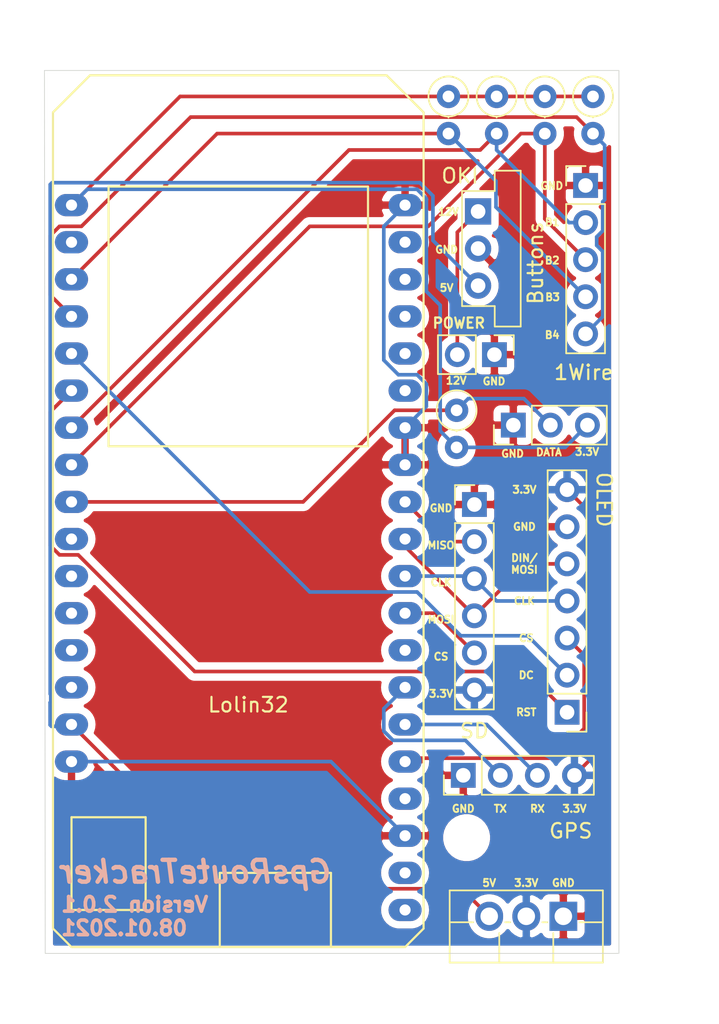
<source format=kicad_pcb>
(kicad_pcb (version 20171130) (host pcbnew "(5.1.8-0-10_14)")

  (general
    (thickness 1.6)
    (drawings 49)
    (tracks 128)
    (zones 0)
    (modules 15)
    (nets 35)
  )

  (page A4)
  (title_block
    (title GpsRouteTracker)
    (date 2021-01-08)
    (rev 2.0.0)
    (company Riegelbauer)
  )

  (layers
    (0 F.Cu signal)
    (31 B.Cu signal)
    (32 B.Adhes user)
    (33 F.Adhes user)
    (34 B.Paste user)
    (35 F.Paste user)
    (36 B.SilkS user)
    (37 F.SilkS user)
    (38 B.Mask user)
    (39 F.Mask user)
    (40 Dwgs.User user)
    (41 Cmts.User user)
    (42 Eco1.User user)
    (43 Eco2.User user)
    (44 Edge.Cuts user)
    (45 Margin user)
    (46 B.CrtYd user)
    (47 F.CrtYd user)
    (48 B.Fab user)
    (49 F.Fab user)
  )

  (setup
    (last_trace_width 0.25)
    (trace_clearance 0.2)
    (zone_clearance 0.508)
    (zone_45_only no)
    (trace_min 0.2)
    (via_size 0.8)
    (via_drill 0.4)
    (via_min_size 0.4)
    (via_min_drill 0.3)
    (uvia_size 0.3)
    (uvia_drill 0.1)
    (uvias_allowed no)
    (uvia_min_size 0.2)
    (uvia_min_drill 0.1)
    (edge_width 0.05)
    (segment_width 0.2)
    (pcb_text_width 0.3)
    (pcb_text_size 1.5 1.5)
    (mod_edge_width 0.12)
    (mod_text_size 1 1)
    (mod_text_width 0.15)
    (pad_size 1.524 1.524)
    (pad_drill 0.762)
    (pad_to_mask_clearance 0)
    (aux_axis_origin 0 0)
    (visible_elements FFFFFF7F)
    (pcbplotparams
      (layerselection 0x010f0_ffffffff)
      (usegerberextensions false)
      (usegerberattributes false)
      (usegerberadvancedattributes false)
      (creategerberjobfile false)
      (excludeedgelayer true)
      (linewidth 0.100000)
      (plotframeref false)
      (viasonmask false)
      (mode 1)
      (useauxorigin false)
      (hpglpennumber 1)
      (hpglpenspeed 20)
      (hpglpendiameter 15.000000)
      (psnegative false)
      (psa4output false)
      (plotreference true)
      (plotvalue false)
      (plotinvisibletext false)
      (padsonsilk true)
      (subtractmaskfromsilk false)
      (outputformat 1)
      (mirror false)
      (drillshape 0)
      (scaleselection 1)
      (outputdirectory "gerber"))
  )

  (net 0 "")
  (net 1 GND)
  (net 2 "Net-(J2-Pad2)")
  (net 3 +3V3)
  (net 4 "Net-(U1-Pad2)")
  (net 5 "Net-(U1-Pad10)")
  (net 6 "Net-(U1-Pad11)")
  (net 7 "Net-(U1-Pad12)")
  (net 8 "Net-(U1-Pad13)")
  (net 9 "Net-(U1-Pad14)")
  (net 10 +5V)
  (net 11 "Net-(U1-Pad18)")
  (net 12 "Net-(U1-Pad19)")
  (net 13 "Net-(U1-Pad20)")
  (net 14 "Net-(U1-Pad21)")
  (net 15 "Net-(U1-Pad22)")
  (net 16 "Net-(U1-Pad29)")
  (net 17 "Net-(U1-Pad33)")
  (net 18 "Net-(U1-Pad35)")
  (net 19 "Net-(U1-Pad36)")
  (net 20 /RX)
  (net 21 /TX)
  (net 22 /3.3V)
  (net 23 /MOSI)
  (net 24 /MISO)
  (net 25 /B1)
  (net 26 /B2)
  (net 27 /B3)
  (net 28 /B4)
  (net 29 /CLK)
  (net 30 /SD-CS)
  (net 31 /OLED-CS)
  (net 32 /OLED-DC)
  (net 33 /OLED-RST)
  (net 34 +12V)

  (net_class Default "This is the default net class."
    (clearance 0.2)
    (trace_width 0.25)
    (via_dia 0.8)
    (via_drill 0.4)
    (uvia_dia 0.3)
    (uvia_drill 0.1)
    (add_net +12V)
    (add_net +3V3)
    (add_net +5V)
    (add_net /3.3V)
    (add_net /B1)
    (add_net /B2)
    (add_net /B3)
    (add_net /B4)
    (add_net /CLK)
    (add_net /MISO)
    (add_net /MOSI)
    (add_net /OLED-CS)
    (add_net /OLED-DC)
    (add_net /OLED-RST)
    (add_net /RX)
    (add_net /SD-CS)
    (add_net /TX)
    (add_net GND)
    (add_net "Net-(J2-Pad2)")
    (add_net "Net-(U1-Pad10)")
    (add_net "Net-(U1-Pad11)")
    (add_net "Net-(U1-Pad12)")
    (add_net "Net-(U1-Pad13)")
    (add_net "Net-(U1-Pad14)")
    (add_net "Net-(U1-Pad18)")
    (add_net "Net-(U1-Pad19)")
    (add_net "Net-(U1-Pad2)")
    (add_net "Net-(U1-Pad20)")
    (add_net "Net-(U1-Pad21)")
    (add_net "Net-(U1-Pad22)")
    (add_net "Net-(U1-Pad29)")
    (add_net "Net-(U1-Pad33)")
    (add_net "Net-(U1-Pad35)")
    (add_net "Net-(U1-Pad36)")
  )

  (module Resistor_THT:R_Axial_DIN0207_L6.3mm_D2.5mm_P2.54mm_Vertical (layer F.Cu) (tedit 5AE5139B) (tstamp 5FE0FA42)
    (at 145.542 63.754 270)
    (descr "Resistor, Axial_DIN0207 series, Axial, Vertical, pin pitch=2.54mm, 0.25W = 1/4W, length*diameter=6.3*2.5mm^2, http://cdn-reichelt.de/documents/datenblatt/B400/1_4W%23YAG.pdf")
    (tags "Resistor Axial_DIN0207 series Axial Vertical pin pitch 2.54mm 0.25W = 1/4W length 6.3mm diameter 2.5mm")
    (path /5FE5CC72)
    (fp_text reference R2 (at 1.27 -2.37 90) (layer F.SilkS) hide
      (effects (font (size 1 1) (thickness 0.15)))
    )
    (fp_text value R (at 1.27 2.37 90) (layer F.Fab)
      (effects (font (size 1 1) (thickness 0.15)))
    )
    (fp_circle (center 0 0) (end 1.25 0) (layer F.Fab) (width 0.1))
    (fp_circle (center 0 0) (end 1.37 0) (layer F.SilkS) (width 0.12))
    (fp_line (start 0 0) (end 2.54 0) (layer F.Fab) (width 0.1))
    (fp_line (start 1.37 0) (end 1.44 0) (layer F.SilkS) (width 0.12))
    (fp_line (start -1.5 -1.5) (end -1.5 1.5) (layer F.CrtYd) (width 0.05))
    (fp_line (start -1.5 1.5) (end 3.59 1.5) (layer F.CrtYd) (width 0.05))
    (fp_line (start 3.59 1.5) (end 3.59 -1.5) (layer F.CrtYd) (width 0.05))
    (fp_line (start 3.59 -1.5) (end -1.5 -1.5) (layer F.CrtYd) (width 0.05))
    (fp_text user %R (at 1.27 -2.37 90) (layer F.Fab)
      (effects (font (size 1 1) (thickness 0.15)))
    )
    (pad 2 thru_hole oval (at 2.54 0 270) (size 1.6 1.6) (drill 0.8) (layers *.Cu *.Mask)
      (net 26 /B2))
    (pad 1 thru_hole circle (at 0 0 270) (size 1.6 1.6) (drill 0.8) (layers *.Cu *.Mask)
      (net 22 /3.3V))
    (model ${KISYS3DMOD}/Resistor_THT.3dshapes/R_Axial_DIN0207_L6.3mm_D2.5mm_P2.54mm_Vertical.wrl
      (at (xyz 0 0 0))
      (scale (xyz 1 1 1))
      (rotate (xyz 0 0 0))
    )
  )

  (module Lolin32:Lolin32 (layer F.Cu) (tedit 5A68C5CB) (tstamp 5FDFBA2B)
    (at 121.995001 81.355001)
    (path /5FDF99D4)
    (fp_text reference U1 (at 0 12.7) (layer F.SilkS) hide
      (effects (font (size 1 1) (thickness 0.15)))
    )
    (fp_text value Lolin32 (at 2.718999 21.260999) (layer F.SilkS) hide
      (effects (font (size 1 1) (thickness 0.15)))
    )
    (fp_line (start -10.16 -16.51) (end -7.62 -19.05) (layer F.SilkS) (width 0.15))
    (fp_line (start 12.7 -19.05) (end 15.24 -16.51) (layer F.SilkS) (width 0.15))
    (fp_line (start 15.24 39.37) (end 13.97 40.64) (layer F.SilkS) (width 0.15))
    (fp_line (start -10.16 39.37) (end -10.16 -16.51) (layer F.SilkS) (width 0.15))
    (fp_line (start -8.89 40.64) (end -10.16 39.37) (layer F.SilkS) (width 0.15))
    (fp_line (start 13.97 40.64) (end -8.89 40.64) (layer F.SilkS) (width 0.15))
    (fp_line (start -7.62 -19.05) (end 12.7 -19.05) (layer F.SilkS) (width 0.15))
    (fp_line (start 15.24 -16.51) (end 15.24 39.37) (layer F.SilkS) (width 0.15))
    (fp_line (start 11.43 -11.43) (end -6.35 -11.43) (layer F.SilkS) (width 0.15))
    (fp_line (start 11.43 6.35) (end 11.43 -11.43) (layer F.SilkS) (width 0.15))
    (fp_line (start -6.35 6.35) (end 11.43 6.35) (layer F.SilkS) (width 0.15))
    (fp_line (start -6.35 -11.43) (end -6.35 6.35) (layer F.SilkS) (width 0.15))
    (fp_line (start -8.89 38.1) (end -8.89 31.75) (layer F.SilkS) (width 0.15))
    (fp_line (start -3.81 38.1) (end -8.89 38.1) (layer F.SilkS) (width 0.15))
    (fp_line (start -3.81 31.75) (end -3.81 38.1) (layer F.SilkS) (width 0.15))
    (fp_line (start -8.89 31.75) (end -3.81 31.75) (layer F.SilkS) (width 0.15))
    (fp_line (start 8.89 35.56) (end 8.89 40.64) (layer F.SilkS) (width 0.15))
    (fp_line (start 1.27 35.56) (end 8.89 35.56) (layer F.SilkS) (width 0.15))
    (fp_line (start 1.27 40.64) (end 1.27 35.56) (layer F.SilkS) (width 0.15))
    (pad 1 thru_hole oval (at -8.89 -10.16) (size 2.268 1.524) (drill 0.762) (layers *.Cu *.Mask)
      (net 22 /3.3V))
    (pad 2 thru_hole oval (at -8.89 -7.62) (size 2.268 1.524) (drill 0.762) (layers *.Cu *.Mask)
      (net 4 "Net-(U1-Pad2)"))
    (pad 3 thru_hole oval (at -8.89 -5.08) (size 2.268 1.524) (drill 0.762) (layers *.Cu *.Mask)
      (net 27 /B3))
    (pad 4 thru_hole oval (at -8.89 -2.54) (size 2.268 1.524) (drill 0.762) (layers *.Cu *.Mask)
      (net 28 /B4))
    (pad 5 thru_hole oval (at -8.89 0) (size 2.268 1.524) (drill 0.762) (layers *.Cu *.Mask)
      (net 32 /OLED-DC))
    (pad 6 thru_hole oval (at -8.89 2.54) (size 2.268 1.524) (drill 0.762) (layers *.Cu *.Mask)
      (net 33 /OLED-RST))
    (pad 7 thru_hole oval (at -8.89 5.08) (size 2.268 1.524) (drill 0.762) (layers *.Cu *.Mask)
      (net 25 /B1))
    (pad 8 thru_hole oval (at -8.89 7.62) (size 2.268 1.524) (drill 0.762) (layers *.Cu *.Mask)
      (net 26 /B2))
    (pad 9 thru_hole oval (at -8.89 10.16) (size 2.268 1.524) (drill 0.762) (layers *.Cu *.Mask)
      (net 2 "Net-(J2-Pad2)"))
    (pad 10 thru_hole oval (at -8.89 12.7) (size 2.268 1.524) (drill 0.762) (layers *.Cu *.Mask)
      (net 5 "Net-(U1-Pad10)"))
    (pad 11 thru_hole oval (at -8.89 15.24) (size 2.268 1.524) (drill 0.762) (layers *.Cu *.Mask)
      (net 6 "Net-(U1-Pad11)"))
    (pad 12 thru_hole oval (at -8.89 17.78) (size 2.268 1.524) (drill 0.762) (layers *.Cu *.Mask)
      (net 7 "Net-(U1-Pad12)"))
    (pad 13 thru_hole oval (at -8.89 20.32) (size 2.268 1.524) (drill 0.762) (layers *.Cu *.Mask)
      (net 8 "Net-(U1-Pad13)"))
    (pad 14 thru_hole oval (at -8.89 22.86) (size 2.268 1.524) (drill 0.762) (layers *.Cu *.Mask)
      (net 9 "Net-(U1-Pad14)"))
    (pad 15 thru_hole oval (at -8.89 25.4) (size 2.268 1.524) (drill 0.762) (layers *.Cu *.Mask)
      (net 10 +5V))
    (pad 16 thru_hole oval (at -8.89 27.94) (size 2.268 1.524) (drill 0.762) (layers *.Cu *.Mask)
      (net 1 GND))
    (pad 17 thru_hole oval (at 13.97 -10.16) (size 2.268 1.524) (drill 0.762) (layers *.Cu *.Mask)
      (net 1 GND))
    (pad 18 thru_hole oval (at 13.97 -7.62) (size 2.268 1.524) (drill 0.762) (layers *.Cu *.Mask)
      (net 11 "Net-(U1-Pad18)"))
    (pad 19 thru_hole oval (at 13.97 -5.08) (size 2.268 1.524) (drill 0.762) (layers *.Cu *.Mask)
      (net 12 "Net-(U1-Pad19)"))
    (pad 20 thru_hole oval (at 13.97 -2.54) (size 2.268 1.524) (drill 0.762) (layers *.Cu *.Mask)
      (net 13 "Net-(U1-Pad20)"))
    (pad 21 thru_hole oval (at 13.97 0) (size 2.268 1.524) (drill 0.762) (layers *.Cu *.Mask)
      (net 14 "Net-(U1-Pad21)"))
    (pad 22 thru_hole oval (at 13.97 2.54) (size 2.268 1.524) (drill 0.762) (layers *.Cu *.Mask)
      (net 15 "Net-(U1-Pad22)"))
    (pad 23 thru_hole oval (at 13.97 5.08) (size 2.268 1.524) (drill 0.762) (layers *.Cu *.Mask)
      (net 1 GND))
    (pad 24 thru_hole oval (at 13.97 7.62) (size 2.268 1.524) (drill 0.762) (layers *.Cu *.Mask)
      (net 1 GND))
    (pad 25 thru_hole oval (at 13.97 10.16) (size 2.268 1.524) (drill 0.762) (layers *.Cu *.Mask)
      (net 24 /MISO))
    (pad 26 thru_hole oval (at 13.97 12.7) (size 2.268 1.524) (drill 0.762) (layers *.Cu *.Mask)
      (net 23 /MOSI))
    (pad 27 thru_hole oval (at 13.97 15.24) (size 2.268 1.524) (drill 0.762) (layers *.Cu *.Mask)
      (net 29 /CLK))
    (pad 28 thru_hole oval (at 13.97 17.78) (size 2.268 1.524) (drill 0.762) (layers *.Cu *.Mask)
      (net 30 /SD-CS))
    (pad 29 thru_hole oval (at 13.97 20.32) (size 2.268 1.524) (drill 0.762) (layers *.Cu *.Mask)
      (net 16 "Net-(U1-Pad29)"))
    (pad 30 thru_hole oval (at 13.97 22.86) (size 2.268 1.524) (drill 0.762) (layers *.Cu *.Mask)
      (net 21 /TX))
    (pad 31 thru_hole oval (at 13.97 25.4) (size 2.268 1.524) (drill 0.762) (layers *.Cu *.Mask)
      (net 20 /RX))
    (pad 32 thru_hole oval (at 13.97 27.94) (size 2.268 1.524) (drill 0.762) (layers *.Cu *.Mask)
      (net 31 /OLED-CS))
    (pad 33 thru_hole oval (at 13.97 30.48) (size 2.268 1.524) (drill 0.762) (layers *.Cu *.Mask)
      (net 17 "Net-(U1-Pad33)"))
    (pad 34 thru_hole oval (at 13.97 33.02) (size 2.268 1.524) (drill 0.762) (layers *.Cu *.Mask)
      (net 1 GND))
    (pad 35 thru_hole oval (at 13.97 35.56) (size 2.268 1.524) (drill 0.762) (layers *.Cu *.Mask)
      (net 18 "Net-(U1-Pad35)"))
    (pad 36 thru_hole oval (at 13.97 38.1) (size 2.268 1.524) (drill 0.762) (layers *.Cu *.Mask)
      (net 19 "Net-(U1-Pad36)"))
  )

  (module Resistor_THT:R_Axial_DIN0207_L6.3mm_D2.5mm_P2.54mm_Vertical (layer F.Cu) (tedit 5AE5139B) (tstamp 5FDFB9E1)
    (at 138.938 63.754 270)
    (descr "Resistor, Axial_DIN0207 series, Axial, Vertical, pin pitch=2.54mm, 0.25W = 1/4W, length*diameter=6.3*2.5mm^2, http://cdn-reichelt.de/documents/datenblatt/B400/1_4W%23YAG.pdf")
    (tags "Resistor Axial_DIN0207 series Axial Vertical pin pitch 2.54mm 0.25W = 1/4W length 6.3mm diameter 2.5mm")
    (path /5FE585A7)
    (fp_text reference R3 (at 1.27 -2.37 90) (layer F.SilkS) hide
      (effects (font (size 1 1) (thickness 0.15)))
    )
    (fp_text value R (at 1.27 2.37 90) (layer F.Fab) hide
      (effects (font (size 1 1) (thickness 0.15)))
    )
    (fp_line (start 3.59 -1.5) (end -1.5 -1.5) (layer F.CrtYd) (width 0.05))
    (fp_line (start 3.59 1.5) (end 3.59 -1.5) (layer F.CrtYd) (width 0.05))
    (fp_line (start -1.5 1.5) (end 3.59 1.5) (layer F.CrtYd) (width 0.05))
    (fp_line (start -1.5 -1.5) (end -1.5 1.5) (layer F.CrtYd) (width 0.05))
    (fp_line (start 1.37 0) (end 1.44 0) (layer F.SilkS) (width 0.12))
    (fp_line (start 0 0) (end 2.54 0) (layer F.Fab) (width 0.1))
    (fp_circle (center 0 0) (end 1.37 0) (layer F.SilkS) (width 0.12))
    (fp_circle (center 0 0) (end 1.25 0) (layer F.Fab) (width 0.1))
    (fp_text user %R (at 1.27 -2.37 90) (layer F.Fab)
      (effects (font (size 1 1) (thickness 0.15)))
    )
    (pad 1 thru_hole circle (at 0 0 270) (size 1.6 1.6) (drill 0.8) (layers *.Cu *.Mask)
      (net 22 /3.3V))
    (pad 2 thru_hole oval (at 2.54 0 270) (size 1.6 1.6) (drill 0.8) (layers *.Cu *.Mask)
      (net 27 /B3))
    (model ${KISYS3DMOD}/Resistor_THT.3dshapes/R_Axial_DIN0207_L6.3mm_D2.5mm_P2.54mm_Vertical.wrl
      (at (xyz 0 0 0))
      (scale (xyz 1 1 1))
      (rotate (xyz 0 0 0))
    )
  )

  (module MountingHole:MountingHole_2.2mm_M2_DIN965 (layer F.Cu) (tedit 56D1B4CB) (tstamp 5FECE585)
    (at 140.1826 114.5032)
    (descr "Mounting Hole 2.2mm, no annular, M2, DIN965")
    (tags "mounting hole 2.2mm no annular m2 din965")
    (attr virtual)
    (fp_text reference REF** (at 0 -2.9) (layer F.SilkS) hide
      (effects (font (size 1 1) (thickness 0.15)))
    )
    (fp_text value MountingHole_2.2mm_M2_DIN965 (at 0 2.9) (layer F.Fab)
      (effects (font (size 1 1) (thickness 0.15)))
    )
    (fp_circle (center 0 0) (end 1.9 0) (layer Cmts.User) (width 0.15))
    (fp_circle (center 0 0) (end 2.15 0) (layer F.CrtYd) (width 0.05))
    (fp_text user %R (at 0.3 0) (layer F.Fab)
      (effects (font (size 1 1) (thickness 0.15)))
    )
    (pad 1 np_thru_hole circle (at 0 0) (size 2.2 2.2) (drill 2.2) (layers *.Cu *.Mask))
  )

  (module Connector_PinHeader_2.54mm:PinHeader_1x06_P2.54mm_Vertical (layer F.Cu) (tedit 59FED5CC) (tstamp 5FDFB999)
    (at 140.716 91.694)
    (descr "Through hole straight pin header, 1x06, 2.54mm pitch, single row")
    (tags "Through hole pin header THT 1x06 2.54mm single row")
    (path /5FE050B1)
    (fp_text reference J4 (at 0 -2.33) (layer F.SilkS) hide
      (effects (font (size 1 1) (thickness 0.15)))
    )
    (fp_text value SD (at 0 15.03) (layer F.SilkS) hide
      (effects (font (size 1 1) (thickness 0.15)))
    )
    (fp_line (start 1.8 -1.8) (end -1.8 -1.8) (layer F.CrtYd) (width 0.05))
    (fp_line (start 1.8 14.5) (end 1.8 -1.8) (layer F.CrtYd) (width 0.05))
    (fp_line (start -1.8 14.5) (end 1.8 14.5) (layer F.CrtYd) (width 0.05))
    (fp_line (start -1.8 -1.8) (end -1.8 14.5) (layer F.CrtYd) (width 0.05))
    (fp_line (start -1.33 -1.33) (end 0 -1.33) (layer F.SilkS) (width 0.12))
    (fp_line (start -1.33 0) (end -1.33 -1.33) (layer F.SilkS) (width 0.12))
    (fp_line (start -1.33 1.27) (end 1.33 1.27) (layer F.SilkS) (width 0.12))
    (fp_line (start 1.33 1.27) (end 1.33 14.03) (layer F.SilkS) (width 0.12))
    (fp_line (start -1.33 1.27) (end -1.33 14.03) (layer F.SilkS) (width 0.12))
    (fp_line (start -1.33 14.03) (end 1.33 14.03) (layer F.SilkS) (width 0.12))
    (fp_line (start -1.27 -0.635) (end -0.635 -1.27) (layer F.Fab) (width 0.1))
    (fp_line (start -1.27 13.97) (end -1.27 -0.635) (layer F.Fab) (width 0.1))
    (fp_line (start 1.27 13.97) (end -1.27 13.97) (layer F.Fab) (width 0.1))
    (fp_line (start 1.27 -1.27) (end 1.27 13.97) (layer F.Fab) (width 0.1))
    (fp_line (start -0.635 -1.27) (end 1.27 -1.27) (layer F.Fab) (width 0.1))
    (pad 1 thru_hole rect (at 0 0) (size 1.7 1.7) (drill 1) (layers *.Cu *.Mask)
      (net 1 GND))
    (pad 2 thru_hole oval (at 0 2.54) (size 1.7 1.7) (drill 1) (layers *.Cu *.Mask)
      (net 24 /MISO))
    (pad 3 thru_hole oval (at 0 5.08) (size 1.7 1.7) (drill 1) (layers *.Cu *.Mask)
      (net 29 /CLK))
    (pad 4 thru_hole oval (at 0 7.62) (size 1.7 1.7) (drill 1) (layers *.Cu *.Mask)
      (net 23 /MOSI))
    (pad 5 thru_hole oval (at 0 10.16) (size 1.7 1.7) (drill 1) (layers *.Cu *.Mask)
      (net 30 /SD-CS))
    (pad 6 thru_hole oval (at 0 12.7) (size 1.7 1.7) (drill 1) (layers *.Cu *.Mask)
      (net 3 +3V3))
    (model ${KISYS3DMOD}/Connector_PinHeader_2.54mm.3dshapes/PinHeader_1x06_P2.54mm_Vertical.wrl
      (at (xyz 0 0 0))
      (scale (xyz 1 1 1))
      (rotate (xyz 0 0 0))
    )
  )

  (module Connector_PinHeader_2.54mm:PinHeader_1x07_P2.54mm_Vertical (layer F.Cu) (tedit 59FED5CC) (tstamp 5FE0ACBF)
    (at 147.066 105.918 180)
    (descr "Through hole straight pin header, 1x07, 2.54mm pitch, single row")
    (tags "Through hole pin header THT 1x07 2.54mm single row")
    (path /5FE067CA)
    (fp_text reference J5 (at 0 -2.33) (layer F.SilkS) hide
      (effects (font (size 1 1) (thickness 0.15)))
    )
    (fp_text value OLED (at -1.27 17.78 180) (layer F.SilkS) hide
      (effects (font (size 1 1) (thickness 0.15)))
    )
    (fp_line (start 1.8 -1.8) (end -1.8 -1.8) (layer F.CrtYd) (width 0.05))
    (fp_line (start 1.8 17.05) (end 1.8 -1.8) (layer F.CrtYd) (width 0.05))
    (fp_line (start -1.8 17.05) (end 1.8 17.05) (layer F.CrtYd) (width 0.05))
    (fp_line (start -1.8 -1.8) (end -1.8 17.05) (layer F.CrtYd) (width 0.05))
    (fp_line (start -1.33 -1.33) (end 0 -1.33) (layer F.SilkS) (width 0.12))
    (fp_line (start -1.33 0) (end -1.33 -1.33) (layer F.SilkS) (width 0.12))
    (fp_line (start -1.33 1.27) (end 1.33 1.27) (layer F.SilkS) (width 0.12))
    (fp_line (start 1.33 1.27) (end 1.33 16.57) (layer F.SilkS) (width 0.12))
    (fp_line (start -1.33 1.27) (end -1.33 16.57) (layer F.SilkS) (width 0.12))
    (fp_line (start -1.33 16.57) (end 1.33 16.57) (layer F.SilkS) (width 0.12))
    (fp_line (start -1.27 -0.635) (end -0.635 -1.27) (layer F.Fab) (width 0.1))
    (fp_line (start -1.27 16.51) (end -1.27 -0.635) (layer F.Fab) (width 0.1))
    (fp_line (start 1.27 16.51) (end -1.27 16.51) (layer F.Fab) (width 0.1))
    (fp_line (start 1.27 -1.27) (end 1.27 16.51) (layer F.Fab) (width 0.1))
    (fp_line (start -0.635 -1.27) (end 1.27 -1.27) (layer F.Fab) (width 0.1))
    (fp_text user %R (at 0 7.62 90) (layer F.Fab)
      (effects (font (size 1 1) (thickness 0.15)))
    )
    (pad 1 thru_hole rect (at 0 0 180) (size 1.7 1.7) (drill 1) (layers *.Cu *.Mask)
      (net 33 /OLED-RST))
    (pad 2 thru_hole oval (at 0 2.54 180) (size 1.7 1.7) (drill 1) (layers *.Cu *.Mask)
      (net 32 /OLED-DC))
    (pad 3 thru_hole oval (at 0 5.08 180) (size 1.7 1.7) (drill 1) (layers *.Cu *.Mask)
      (net 31 /OLED-CS))
    (pad 4 thru_hole oval (at 0 7.62 180) (size 1.7 1.7) (drill 1) (layers *.Cu *.Mask)
      (net 29 /CLK))
    (pad 5 thru_hole oval (at 0 10.16 180) (size 1.7 1.7) (drill 1) (layers *.Cu *.Mask)
      (net 23 /MOSI))
    (pad 6 thru_hole oval (at 0 12.7 180) (size 1.7 1.7) (drill 1) (layers *.Cu *.Mask)
      (net 1 GND))
    (pad 7 thru_hole oval (at 0 15.24 180) (size 1.7 1.7) (drill 1) (layers *.Cu *.Mask)
      (net 3 +3V3))
    (model ${KISYS3DMOD}/Connector_PinHeader_2.54mm.3dshapes/PinHeader_1x07_P2.54mm_Vertical.wrl
      (at (xyz 0 0 0))
      (scale (xyz 1 1 1))
      (rotate (xyz 0 0 0))
    )
  )

  (module Resistor_THT:R_Axial_DIN0207_L6.3mm_D2.5mm_P2.54mm_Vertical (layer F.Cu) (tedit 5AE5139B) (tstamp 5FDFB9C3)
    (at 142.24 63.754 270)
    (descr "Resistor, Axial_DIN0207 series, Axial, Vertical, pin pitch=2.54mm, 0.25W = 1/4W, length*diameter=6.3*2.5mm^2, http://cdn-reichelt.de/documents/datenblatt/B400/1_4W%23YAG.pdf")
    (tags "Resistor Axial_DIN0207 series Axial Vertical pin pitch 2.54mm 0.25W = 1/4W length 6.3mm diameter 2.5mm")
    (path /5FDFCF8F)
    (fp_text reference R1 (at 1.27 -2.37 90) (layer F.SilkS) hide
      (effects (font (size 1 1) (thickness 0.15)))
    )
    (fp_text value R (at 1.27 2.37 90) (layer F.Fab)
      (effects (font (size 1 1) (thickness 0.15)))
    )
    (fp_line (start 3.59 -1.5) (end -1.5 -1.5) (layer F.CrtYd) (width 0.05))
    (fp_line (start 3.59 1.5) (end 3.59 -1.5) (layer F.CrtYd) (width 0.05))
    (fp_line (start -1.5 1.5) (end 3.59 1.5) (layer F.CrtYd) (width 0.05))
    (fp_line (start -1.5 -1.5) (end -1.5 1.5) (layer F.CrtYd) (width 0.05))
    (fp_line (start 1.37 0) (end 1.44 0) (layer F.SilkS) (width 0.12))
    (fp_line (start 0 0) (end 2.54 0) (layer F.Fab) (width 0.1))
    (fp_circle (center 0 0) (end 1.37 0) (layer F.SilkS) (width 0.12))
    (fp_circle (center 0 0) (end 1.25 0) (layer F.Fab) (width 0.1))
    (fp_text user %R (at 1.27 -2.37 90) (layer F.Fab)
      (effects (font (size 1 1) (thickness 0.15)))
    )
    (pad 1 thru_hole circle (at 0 0 270) (size 1.6 1.6) (drill 0.8) (layers *.Cu *.Mask)
      (net 22 /3.3V))
    (pad 2 thru_hole oval (at 2.54 0 270) (size 1.6 1.6) (drill 0.8) (layers *.Cu *.Mask)
      (net 25 /B1))
    (model ${KISYS3DMOD}/Resistor_THT.3dshapes/R_Axial_DIN0207_L6.3mm_D2.5mm_P2.54mm_Vertical.wrl
      (at (xyz 0 0 0))
      (scale (xyz 1 1 1))
      (rotate (xyz 0 0 0))
    )
  )

  (module Resistor_THT:R_Axial_DIN0207_L6.3mm_D2.5mm_P2.54mm_Vertical (layer F.Cu) (tedit 5AE5139B) (tstamp 5FDFB9F0)
    (at 139.4968 85.2424 270)
    (descr "Resistor, Axial_DIN0207 series, Axial, Vertical, pin pitch=2.54mm, 0.25W = 1/4W, length*diameter=6.3*2.5mm^2, http://cdn-reichelt.de/documents/datenblatt/B400/1_4W%23YAG.pdf")
    (tags "Resistor Axial_DIN0207 series Axial Vertical pin pitch 2.54mm 0.25W = 1/4W length 6.3mm diameter 2.5mm")
    (path /5FE37804)
    (fp_text reference R4 (at 1.27 -2.37 90) (layer F.SilkS) hide
      (effects (font (size 1 1) (thickness 0.15)))
    )
    (fp_text value R (at 1.27 2.37 90) (layer F.Fab)
      (effects (font (size 1 1) (thickness 0.15)))
    )
    (fp_circle (center 0 0) (end 1.25 0) (layer F.Fab) (width 0.1))
    (fp_circle (center 0 0) (end 1.37 0) (layer F.SilkS) (width 0.12))
    (fp_line (start 0 0) (end 2.54 0) (layer F.Fab) (width 0.1))
    (fp_line (start 1.37 0) (end 1.44 0) (layer F.SilkS) (width 0.12))
    (fp_line (start -1.5 -1.5) (end -1.5 1.5) (layer F.CrtYd) (width 0.05))
    (fp_line (start -1.5 1.5) (end 3.59 1.5) (layer F.CrtYd) (width 0.05))
    (fp_line (start 3.59 1.5) (end 3.59 -1.5) (layer F.CrtYd) (width 0.05))
    (fp_line (start 3.59 -1.5) (end -1.5 -1.5) (layer F.CrtYd) (width 0.05))
    (fp_text user %R (at 1.27 -2.37 90) (layer F.Fab) hide
      (effects (font (size 1 1) (thickness 0.15)))
    )
    (pad 2 thru_hole oval (at 2.54 0 270) (size 1.6 1.6) (drill 0.8) (layers *.Cu *.Mask)
      (net 22 /3.3V))
    (pad 1 thru_hole circle (at 0 0 270) (size 1.6 1.6) (drill 0.8) (layers *.Cu *.Mask)
      (net 2 "Net-(J2-Pad2)"))
    (model ${KISYS3DMOD}/Resistor_THT.3dshapes/R_Axial_DIN0207_L6.3mm_D2.5mm_P2.54mm_Vertical.wrl
      (at (xyz 0 0 0))
      (scale (xyz 1 1 1))
      (rotate (xyz 0 0 0))
    )
  )

  (module Connector_PinHeader_2.54mm:PinHeader_1x03_P2.54mm_Vertical (layer F.Cu) (tedit 59FED5CC) (tstamp 5FDFC647)
    (at 143.383 86.2584 90)
    (descr "Through hole straight pin header, 1x03, 2.54mm pitch, single row")
    (tags "Through hole pin header THT 1x03 2.54mm single row")
    (path /5FE30F31)
    (fp_text reference J2 (at 0 -2.33 90) (layer F.SilkS) hide
      (effects (font (size 1 1) (thickness 0.15)))
    )
    (fp_text value OneWire (at 2.667 6.477 180) (layer F.SilkS) hide
      (effects (font (size 1 1) (thickness 0.15)))
    )
    (fp_line (start -0.635 -1.27) (end 1.27 -1.27) (layer F.Fab) (width 0.1))
    (fp_line (start 1.27 -1.27) (end 1.27 6.35) (layer F.Fab) (width 0.1))
    (fp_line (start 1.27 6.35) (end -1.27 6.35) (layer F.Fab) (width 0.1))
    (fp_line (start -1.27 6.35) (end -1.27 -0.635) (layer F.Fab) (width 0.1))
    (fp_line (start -1.27 -0.635) (end -0.635 -1.27) (layer F.Fab) (width 0.1))
    (fp_line (start -1.33 6.41) (end 1.33 6.41) (layer F.SilkS) (width 0.12))
    (fp_line (start -1.33 1.27) (end -1.33 6.41) (layer F.SilkS) (width 0.12))
    (fp_line (start 1.33 1.27) (end 1.33 6.41) (layer F.SilkS) (width 0.12))
    (fp_line (start -1.33 1.27) (end 1.33 1.27) (layer F.SilkS) (width 0.12))
    (fp_line (start -1.33 0) (end -1.33 -1.33) (layer F.SilkS) (width 0.12))
    (fp_line (start -1.33 -1.33) (end 0 -1.33) (layer F.SilkS) (width 0.12))
    (fp_line (start -1.8 -1.8) (end -1.8 6.85) (layer F.CrtYd) (width 0.05))
    (fp_line (start -1.8 6.85) (end 1.8 6.85) (layer F.CrtYd) (width 0.05))
    (fp_line (start 1.8 6.85) (end 1.8 -1.8) (layer F.CrtYd) (width 0.05))
    (fp_line (start 1.8 -1.8) (end -1.8 -1.8) (layer F.CrtYd) (width 0.05))
    (fp_text user %R (at 0 2.54) (layer F.Fab)
      (effects (font (size 1 1) (thickness 0.15)))
    )
    (pad 1 thru_hole rect (at 0 0 90) (size 1.7 1.7) (drill 1) (layers *.Cu *.Mask)
      (net 1 GND))
    (pad 2 thru_hole oval (at 0 2.54 90) (size 1.7 1.7) (drill 1) (layers *.Cu *.Mask)
      (net 2 "Net-(J2-Pad2)"))
    (pad 3 thru_hole oval (at 0 5.08 90) (size 1.7 1.7) (drill 1) (layers *.Cu *.Mask)
      (net 22 /3.3V))
    (model ${KISYS3DMOD}/Connector_PinHeader_2.54mm.3dshapes/PinHeader_1x03_P2.54mm_Vertical.wrl
      (at (xyz 0 0 0))
      (scale (xyz 1 1 1))
      (rotate (xyz 0 0 0))
    )
  )

  (module Connector_PinHeader_2.54mm:PinHeader_1x04_P2.54mm_Vertical (layer F.Cu) (tedit 59FED5CC) (tstamp 5FDFC65D)
    (at 139.954 110.236 90)
    (descr "Through hole straight pin header, 1x04, 2.54mm pitch, single row")
    (tags "Through hole pin header THT 1x04 2.54mm single row")
    (path /5FE0CF7F)
    (fp_text reference J3 (at 0 -2.33 90) (layer F.SilkS) hide
      (effects (font (size 1 1) (thickness 0.15)))
    )
    (fp_text value GPS (at -3.81 7.62 180) (layer F.SilkS) hide
      (effects (font (size 1 1) (thickness 0.15)))
    )
    (fp_line (start -0.635 -1.27) (end 1.27 -1.27) (layer F.Fab) (width 0.1))
    (fp_line (start 1.27 -1.27) (end 1.27 8.89) (layer F.Fab) (width 0.1))
    (fp_line (start 1.27 8.89) (end -1.27 8.89) (layer F.Fab) (width 0.1))
    (fp_line (start -1.27 8.89) (end -1.27 -0.635) (layer F.Fab) (width 0.1))
    (fp_line (start -1.27 -0.635) (end -0.635 -1.27) (layer F.Fab) (width 0.1))
    (fp_line (start -1.33 8.95) (end 1.33 8.95) (layer F.SilkS) (width 0.12))
    (fp_line (start -1.33 1.27) (end -1.33 8.95) (layer F.SilkS) (width 0.12))
    (fp_line (start 1.33 1.27) (end 1.33 8.95) (layer F.SilkS) (width 0.12))
    (fp_line (start -1.33 1.27) (end 1.33 1.27) (layer F.SilkS) (width 0.12))
    (fp_line (start -1.33 0) (end -1.33 -1.33) (layer F.SilkS) (width 0.12))
    (fp_line (start -1.33 -1.33) (end 0 -1.33) (layer F.SilkS) (width 0.12))
    (fp_line (start -1.8 -1.8) (end -1.8 9.4) (layer F.CrtYd) (width 0.05))
    (fp_line (start -1.8 9.4) (end 1.8 9.4) (layer F.CrtYd) (width 0.05))
    (fp_line (start 1.8 9.4) (end 1.8 -1.8) (layer F.CrtYd) (width 0.05))
    (fp_line (start 1.8 -1.8) (end -1.8 -1.8) (layer F.CrtYd) (width 0.05))
    (fp_text user %R (at -0.635 -1.27 90) (layer F.Fab)
      (effects (font (size 1 1) (thickness 0.15)))
    )
    (pad 1 thru_hole rect (at 0 0 90) (size 1.7 1.7) (drill 1) (layers *.Cu *.Mask)
      (net 1 GND))
    (pad 2 thru_hole oval (at 0 2.54 90) (size 1.7 1.7) (drill 1) (layers *.Cu *.Mask)
      (net 21 /TX))
    (pad 3 thru_hole oval (at 0 5.08 90) (size 1.7 1.7) (drill 1) (layers *.Cu *.Mask)
      (net 20 /RX))
    (pad 4 thru_hole oval (at 0 7.62 90) (size 1.7 1.7) (drill 1) (layers *.Cu *.Mask)
      (net 3 +3V3))
    (model ${KISYS3DMOD}/Connector_PinHeader_2.54mm.3dshapes/PinHeader_1x04_P2.54mm_Vertical.wrl
      (at (xyz 0 0 0))
      (scale (xyz 1 1 1))
      (rotate (xyz 0 0 0))
    )
  )

  (module Package_TO_SOT_THT:TO-220F-3_Vertical (layer F.Cu) (tedit 5AC8BA0D) (tstamp 5FE0F451)
    (at 146.812 119.888 180)
    (descr "TO-220F-3, Vertical, RM 2.54mm, see http://www.st.com/resource/en/datasheet/stp20nm60.pdf")
    (tags "TO-220F-3 Vertical RM 2.54mm")
    (path /5FE08150)
    (fp_text reference U2 (at 2.54 -4.1675) (layer F.SilkS) hide
      (effects (font (size 1 1) (thickness 0.15)))
    )
    (fp_text value LM1117-3.3 (at 2.54 2.9025) (layer F.Fab)
      (effects (font (size 1 1) (thickness 0.15)))
    )
    (fp_line (start 7.92 -3.3) (end -2.84 -3.3) (layer F.CrtYd) (width 0.05))
    (fp_line (start 7.92 1.91) (end 7.92 -3.3) (layer F.CrtYd) (width 0.05))
    (fp_line (start -2.84 1.91) (end 7.92 1.91) (layer F.CrtYd) (width 0.05))
    (fp_line (start -2.84 -3.3) (end -2.84 1.91) (layer F.CrtYd) (width 0.05))
    (fp_line (start 4.391 -3.168) (end 4.391 -1.15) (layer F.SilkS) (width 0.12))
    (fp_line (start 0.69 -3.168) (end 0.69 -1.15) (layer F.SilkS) (width 0.12))
    (fp_line (start 6.183 -0.408) (end 7.79 -0.408) (layer F.SilkS) (width 0.12))
    (fp_line (start 3.643 -0.408) (end 3.978 -0.408) (layer F.SilkS) (width 0.12))
    (fp_line (start 1.103 -0.408) (end 1.438 -0.408) (layer F.SilkS) (width 0.12))
    (fp_line (start -2.71 -0.408) (end -1.103 -0.408) (layer F.SilkS) (width 0.12))
    (fp_line (start 7.79 -3.168) (end 7.79 1.773) (layer F.SilkS) (width 0.12))
    (fp_line (start -2.71 -3.168) (end -2.71 1.773) (layer F.SilkS) (width 0.12))
    (fp_line (start -2.71 1.773) (end 7.79 1.773) (layer F.SilkS) (width 0.12))
    (fp_line (start -2.71 -3.168) (end 7.79 -3.168) (layer F.SilkS) (width 0.12))
    (fp_line (start 4.39 -3.0475) (end 4.39 -0.5275) (layer F.Fab) (width 0.1))
    (fp_line (start 0.69 -3.0475) (end 0.69 -0.5275) (layer F.Fab) (width 0.1))
    (fp_line (start -2.59 -0.5275) (end 7.67 -0.5275) (layer F.Fab) (width 0.1))
    (fp_line (start 7.67 -3.0475) (end -2.59 -3.0475) (layer F.Fab) (width 0.1))
    (fp_line (start 7.67 1.6525) (end 7.67 -3.0475) (layer F.Fab) (width 0.1))
    (fp_line (start -2.59 1.6525) (end 7.67 1.6525) (layer F.Fab) (width 0.1))
    (fp_line (start -2.59 -3.0475) (end -2.59 1.6525) (layer F.Fab) (width 0.1))
    (fp_text user %R (at 2.54 -4.1675) (layer F.Fab) hide
      (effects (font (size 1 1) (thickness 0.15)))
    )
    (pad 1 thru_hole rect (at 0 0 180) (size 1.905 2) (drill 1.2) (layers *.Cu *.Mask)
      (net 1 GND))
    (pad 2 thru_hole oval (at 2.54 0 180) (size 1.905 2) (drill 1.2) (layers *.Cu *.Mask)
      (net 3 +3V3))
    (pad 3 thru_hole oval (at 5.08 0 180) (size 1.905 2) (drill 1.2) (layers *.Cu *.Mask)
      (net 10 +5V))
    (model ${KISYS3DMOD}/Package_TO_SOT_THT.3dshapes/TO-220F-3_Vertical.wrl
      (at (xyz 0 0 0))
      (scale (xyz 1 1 1))
      (rotate (xyz 0 0 0))
    )
  )

  (module Connector_PinHeader_2.54mm:PinHeader_1x05_P2.54mm_Vertical (layer F.Cu) (tedit 59FED5CC) (tstamp 5FF8D065)
    (at 148.336 69.85)
    (descr "Through hole straight pin header, 1x05, 2.54mm pitch, single row")
    (tags "Through hole pin header THT 1x05 2.54mm single row")
    (path /5FE37A62)
    (fp_text reference J6 (at 0 -2.33) (layer F.SilkS) hide
      (effects (font (size 1 1) (thickness 0.15)))
    )
    (fp_text value Buttons (at -4.064 4.699 90) (layer F.SilkS) hide
      (effects (font (size 1 1) (thickness 0.15)))
    )
    (fp_line (start -0.635 -1.27) (end 1.27 -1.27) (layer F.Fab) (width 0.1))
    (fp_line (start 1.27 -1.27) (end 1.27 11.43) (layer F.Fab) (width 0.1))
    (fp_line (start 1.27 11.43) (end -1.27 11.43) (layer F.Fab) (width 0.1))
    (fp_line (start -1.27 11.43) (end -1.27 -0.635) (layer F.Fab) (width 0.1))
    (fp_line (start -1.27 -0.635) (end -0.635 -1.27) (layer F.Fab) (width 0.1))
    (fp_line (start -1.33 11.49) (end 1.33 11.49) (layer F.SilkS) (width 0.12))
    (fp_line (start -1.33 1.27) (end -1.33 11.49) (layer F.SilkS) (width 0.12))
    (fp_line (start 1.33 1.27) (end 1.33 11.49) (layer F.SilkS) (width 0.12))
    (fp_line (start -1.33 1.27) (end 1.33 1.27) (layer F.SilkS) (width 0.12))
    (fp_line (start -1.33 0) (end -1.33 -1.33) (layer F.SilkS) (width 0.12))
    (fp_line (start -1.33 -1.33) (end 0 -1.33) (layer F.SilkS) (width 0.12))
    (fp_line (start -1.8 -1.8) (end -1.8 11.95) (layer F.CrtYd) (width 0.05))
    (fp_line (start -1.8 11.95) (end 1.8 11.95) (layer F.CrtYd) (width 0.05))
    (fp_line (start 1.8 11.95) (end 1.8 -1.8) (layer F.CrtYd) (width 0.05))
    (fp_line (start 1.8 -1.8) (end -1.8 -1.8) (layer F.CrtYd) (width 0.05))
    (fp_text user %R (at 0 5.08 90) (layer F.Fab)
      (effects (font (size 1 1) (thickness 0.15)))
    )
    (pad 1 thru_hole rect (at 0 0) (size 1.7 1.7) (drill 1) (layers *.Cu *.Mask)
      (net 1 GND))
    (pad 2 thru_hole oval (at 0 2.54) (size 1.7 1.7) (drill 1) (layers *.Cu *.Mask)
      (net 25 /B1))
    (pad 3 thru_hole oval (at 0 5.08) (size 1.7 1.7) (drill 1) (layers *.Cu *.Mask)
      (net 26 /B2))
    (pad 4 thru_hole oval (at 0 7.62) (size 1.7 1.7) (drill 1) (layers *.Cu *.Mask)
      (net 27 /B3))
    (pad 5 thru_hole oval (at 0 10.16) (size 1.7 1.7) (drill 1) (layers *.Cu *.Mask)
      (net 28 /B4))
    (model ${KISYS3DMOD}/Connector_PinHeader_2.54mm.3dshapes/PinHeader_1x05_P2.54mm_Vertical.wrl
      (at (xyz 0 0 0))
      (scale (xyz 1 1 1))
      (rotate (xyz 0 0 0))
    )
  )

  (module Resistor_THT:R_Axial_DIN0207_L6.3mm_D2.5mm_P2.54mm_Vertical (layer F.Cu) (tedit 5AE5139B) (tstamp 5FE0A6B7)
    (at 148.844 63.754 270)
    (descr "Resistor, Axial_DIN0207 series, Axial, Vertical, pin pitch=2.54mm, 0.25W = 1/4W, length*diameter=6.3*2.5mm^2, http://cdn-reichelt.de/documents/datenblatt/B400/1_4W%23YAG.pdf")
    (tags "Resistor Axial_DIN0207 series Axial Vertical pin pitch 2.54mm 0.25W = 1/4W length 6.3mm diameter 2.5mm")
    (path /5FE6AB6F)
    (fp_text reference R5 (at 1.27 -2.37 90) (layer F.SilkS) hide
      (effects (font (size 1 1) (thickness 0.15)))
    )
    (fp_text value R (at 1.27 2.37 90) (layer F.Fab)
      (effects (font (size 1 1) (thickness 0.15)))
    )
    (fp_circle (center 0 0) (end 1.25 0) (layer F.Fab) (width 0.1))
    (fp_circle (center 0 0) (end 1.37 0) (layer F.SilkS) (width 0.12))
    (fp_line (start 0 0) (end 2.54 0) (layer F.Fab) (width 0.1))
    (fp_line (start 1.37 0) (end 1.44 0) (layer F.SilkS) (width 0.12))
    (fp_line (start -1.5 -1.5) (end -1.5 1.5) (layer F.CrtYd) (width 0.05))
    (fp_line (start -1.5 1.5) (end 3.59 1.5) (layer F.CrtYd) (width 0.05))
    (fp_line (start 3.59 1.5) (end 3.59 -1.5) (layer F.CrtYd) (width 0.05))
    (fp_line (start 3.59 -1.5) (end -1.5 -1.5) (layer F.CrtYd) (width 0.05))
    (fp_text user %R (at 1.27 -2.37 90) (layer F.Fab)
      (effects (font (size 1 1) (thickness 0.15)))
    )
    (pad 1 thru_hole circle (at 0 0 270) (size 1.6 1.6) (drill 0.8) (layers *.Cu *.Mask)
      (net 22 /3.3V))
    (pad 2 thru_hole oval (at 2.54 0 270) (size 1.6 1.6) (drill 0.8) (layers *.Cu *.Mask)
      (net 28 /B4))
    (model ${KISYS3DMOD}/Resistor_THT.3dshapes/R_Axial_DIN0207_L6.3mm_D2.5mm_P2.54mm_Vertical.wrl
      (at (xyz 0 0 0))
      (scale (xyz 1 1 1))
      (rotate (xyz 0 0 0))
    )
  )

  (module Converter_DCDC:Converter_DCDC_muRata_OKI-78SR_Vertical (layer F.Cu) (tedit 5BAE2432) (tstamp 5FF8CB35)
    (at 140.97 71.628 270)
    (descr https://power.murata.com/data/power/oki-78sr.pdf)
    (tags "78sr3.3 78sr5 78sr9 78sr12 78srXX")
    (path /5FFE83B6)
    (fp_text reference OKI (at -1.905 2.0574 180) (layer F.SilkS) hide
      (effects (font (size 0.7 0.7) (thickness 0.125)))
    )
    (fp_text value OKI-78SR-5_1.5-W36-C (at 2.54 4.445 270) (layer F.Fab)
      (effects (font (size 1 1) (thickness 0.15)))
    )
    (fp_line (start -2.91 -5.44) (end -2.91 3.41) (layer F.CrtYd) (width 0.05))
    (fp_line (start 8 -5.44) (end -2.91 -5.44) (layer F.CrtYd) (width 0.05))
    (fp_line (start 8 3.41) (end 8 -5.44) (layer F.CrtYd) (width 0.05))
    (fp_line (start -2.91 3.41) (end 8 3.41) (layer F.CrtYd) (width 0.05))
    (fp_line (start -1.4 -1.14) (end -2.79 -1.14) (layer F.SilkS) (width 0.12))
    (fp_line (start -1.4 1.1) (end -1.4 -1.14) (layer F.SilkS) (width 0.12))
    (fp_line (start 6.48 1.1) (end -1.4 1.1) (layer F.SilkS) (width 0.12))
    (fp_line (start 6.48 -1.14) (end 6.48 1.1) (layer F.SilkS) (width 0.12))
    (fp_line (start 7.88 -1.14) (end 6.48 -1.14) (layer F.SilkS) (width 0.12))
    (fp_line (start 7.747 3.302) (end -2.667 3.302) (layer F.Fab) (width 0.1))
    (fp_line (start 7.747 -1.27) (end 7.747 3.302) (layer F.Fab) (width 0.1))
    (fp_line (start 7.747 -2.794) (end 7.747 -1.27) (layer F.Fab) (width 0.1))
    (fp_line (start -1.27 0.762) (end -1.27 -1.27) (layer F.Fab) (width 0.1))
    (fp_line (start 6.35 -1.27) (end 6.35 0.762) (layer F.Fab) (width 0.1))
    (fp_line (start 5.4864 0.762) (end 6.35 0.762) (layer F.Fab) (width 0.1))
    (fp_line (start 2.9464 0.762) (end 4.6736 0.762) (layer F.Fab) (width 0.1))
    (fp_line (start 0.4064 0.762) (end 2.1336 0.762) (layer F.Fab) (width 0.1))
    (fp_line (start -1.27 0.762) (end -0.4064 0.762) (layer F.Fab) (width 0.1))
    (fp_line (start 0.4064 0.762) (end -0.4064 0.762) (layer F.Fab) (width 0.1))
    (fp_line (start 2.9464 0.762) (end 2.1336 0.762) (layer F.Fab) (width 0.1))
    (fp_line (start 5.4864 0.762) (end 4.6736 0.762) (layer F.Fab) (width 0.1))
    (fp_line (start 7.366 -2.794) (end 7.366 -5.334) (layer F.Fab) (width 0.1))
    (fp_line (start 7.366 -5.334) (end -2.286 -5.334) (layer F.Fab) (width 0.1))
    (fp_line (start -2.286 -5.334) (end -2.286 -2.794) (layer F.Fab) (width 0.1))
    (fp_line (start -2.667 -2.794) (end 7.747 -2.794) (layer F.Fab) (width 0.1))
    (fp_line (start -2.667 -2.794) (end -2.667 -1.27) (layer F.Fab) (width 0.1))
    (fp_line (start -2.667 -1.27) (end 7.747 -1.27) (layer F.Fab) (width 0.1))
    (fp_line (start -2.667 -1.27) (end -2.667 3.302) (layer F.Fab) (width 0.1))
    (fp_line (start 7.88 -1.15) (end 7.88 -2.92) (layer F.SilkS) (width 0.12))
    (fp_line (start 7.88 -2.92) (end -2.79 -2.92) (layer F.SilkS) (width 0.12))
    (fp_line (start -2.79 -2.92) (end -2.79 -1.14) (layer F.SilkS) (width 0.12))
    (pad 3 thru_hole circle (at 5.08 0 270) (size 1.8 1.8) (drill 1) (layers *.Cu *.Mask)
      (net 10 +5V))
    (pad 2 thru_hole circle (at 2.54 0 270) (size 1.8 1.8) (drill 1) (layers *.Cu *.Mask)
      (net 1 GND))
    (pad 1 thru_hole rect (at 0 0 270) (size 1.8 1.8) (drill 1) (layers *.Cu *.Mask)
      (net 34 +12V))
    (model ${KISYS3DMOD}/Converter_DCDC.3dshapes/Converter_DCDC_muRata_OKI-78sr_vertical.wrl
      (at (xyz 0 0 0))
      (scale (xyz 1 1 1))
      (rotate (xyz 0 0 0))
    )
  )

  (module Connector_PinHeader_2.54mm:PinHeader_1x02_P2.54mm_Vertical (layer F.Cu) (tedit 59FED5CC) (tstamp 5FF8E36D)
    (at 142.0876 81.4324 270)
    (descr "Through hole straight pin header, 1x02, 2.54mm pitch, single row")
    (tags "Through hole pin header THT 1x02 2.54mm single row")
    (path /5FFD769A)
    (fp_text reference J1 (at 0 -2.33 90) (layer F.SilkS) hide
      (effects (font (size 1 1) (thickness 0.15)))
    )
    (fp_text value Power (at 0.127 -2.3876 270) (layer F.SilkS) hide
      (effects (font (size 1 1) (thickness 0.15)))
    )
    (fp_line (start 1.8 -1.8) (end -1.8 -1.8) (layer F.CrtYd) (width 0.05))
    (fp_line (start 1.8 4.35) (end 1.8 -1.8) (layer F.CrtYd) (width 0.05))
    (fp_line (start -1.8 4.35) (end 1.8 4.35) (layer F.CrtYd) (width 0.05))
    (fp_line (start -1.8 -1.8) (end -1.8 4.35) (layer F.CrtYd) (width 0.05))
    (fp_line (start -1.33 -1.33) (end 0 -1.33) (layer F.SilkS) (width 0.12))
    (fp_line (start -1.33 0) (end -1.33 -1.33) (layer F.SilkS) (width 0.12))
    (fp_line (start -1.33 1.27) (end 1.33 1.27) (layer F.SilkS) (width 0.12))
    (fp_line (start 1.33 1.27) (end 1.33 3.87) (layer F.SilkS) (width 0.12))
    (fp_line (start -1.33 1.27) (end -1.33 3.87) (layer F.SilkS) (width 0.12))
    (fp_line (start -1.33 3.87) (end 1.33 3.87) (layer F.SilkS) (width 0.12))
    (fp_line (start -1.27 -0.635) (end -0.635 -1.27) (layer F.Fab) (width 0.1))
    (fp_line (start -1.27 3.81) (end -1.27 -0.635) (layer F.Fab) (width 0.1))
    (fp_line (start 1.27 3.81) (end -1.27 3.81) (layer F.Fab) (width 0.1))
    (fp_line (start 1.27 -1.27) (end 1.27 3.81) (layer F.Fab) (width 0.1))
    (fp_line (start -0.635 -1.27) (end 1.27 -1.27) (layer F.Fab) (width 0.1))
    (fp_text user %R (at 0 1.27) (layer F.Fab)
      (effects (font (size 1 1) (thickness 0.15)))
    )
    (pad 1 thru_hole rect (at 0 0 270) (size 1.7 1.7) (drill 1) (layers *.Cu *.Mask)
      (net 1 GND))
    (pad 2 thru_hole oval (at 0 2.54 270) (size 1.7 1.7) (drill 1) (layers *.Cu *.Mask)
      (net 34 +12V))
    (model ${KISYS3DMOD}/Connector_PinHeader_2.54mm.3dshapes/PinHeader_1x02_P2.54mm_Vertical.wrl
      (at (xyz 0 0 0))
      (scale (xyz 1 1 1))
      (rotate (xyz 0 0 0))
    )
  )

  (gr_text POWER (at 139.6492 79.2734) (layer F.SilkS) (tstamp 5FF8DF89)
    (effects (font (size 0.7 0.7) (thickness 0.15)))
  )
  (gr_text OKI (at 139.7254 69.1896) (layer F.SilkS) (tstamp 5FF8DE16)
    (effects (font (size 1 1) (thickness 0.15)))
  )
  (gr_text 12V (at 139.4714 83.2104) (layer F.SilkS) (tstamp 5FF8E7E5)
    (effects (font (size 0.5 0.5) (thickness 0.125)))
  )
  (gr_text GND (at 142.0622 83.2612) (layer F.SilkS) (tstamp 5FF8E7BC)
    (effects (font (size 0.5 0.5) (thickness 0.125)))
  )
  (dimension 60.452 (width 0.15) (layer Dwgs.User)
    (gr_text "60.452 mm" (at 155.4526 92.202 90) (layer Dwgs.User)
      (effects (font (size 1 1) (thickness 0.15)))
    )
    (feature1 (pts (xy 150.622 61.976) (xy 154.739021 61.976)))
    (feature2 (pts (xy 150.622 122.428) (xy 154.739021 122.428)))
    (crossbar (pts (xy 154.1526 122.428) (xy 154.1526 61.976)))
    (arrow1a (pts (xy 154.1526 61.976) (xy 154.739021 63.102504)))
    (arrow1b (pts (xy 154.1526 61.976) (xy 153.566179 63.102504)))
    (arrow2a (pts (xy 154.1526 122.428) (xy 154.739021 121.301496)))
    (arrow2b (pts (xy 154.1526 122.428) (xy 153.566179 121.301496)))
  )
  (dimension 39.319208 (width 0.15) (layer Dwgs.User)
    (gr_text "39.319 mm" (at 130.960379 125.54405 359.9629872) (layer Dwgs.User)
      (effects (font (size 1 1) (thickness 0.15)))
    )
    (feature1 (pts (xy 150.622 122.428) (xy 150.62044 124.84317)))
    (feature2 (pts (xy 111.3028 122.4026) (xy 111.30124 124.81777)))
    (crossbar (pts (xy 111.301619 124.23135) (xy 150.620819 124.25675)))
    (arrow1a (pts (xy 150.620819 124.25675) (xy 149.493937 124.842443)))
    (arrow1b (pts (xy 150.620819 124.25675) (xy 149.494694 123.669602)))
    (arrow2a (pts (xy 111.301619 124.23135) (xy 112.427744 124.818498)))
    (arrow2b (pts (xy 111.301619 124.23135) (xy 112.428501 123.645657)))
  )
  (gr_text 12V (at 138.938 71.6534) (layer F.SilkS) (tstamp 5FF8D035)
    (effects (font (size 0.5 0.5) (thickness 0.125)))
  )
  (gr_text 5V (at 138.811 76.8604) (layer F.SilkS) (tstamp 5FF8D033)
    (effects (font (size 0.5 0.5) (thickness 0.125)))
  )
  (gr_text GND (at 138.811 74.2442) (layer F.SilkS) (tstamp 5FF8D02F)
    (effects (font (size 0.5 0.5) (thickness 0.125)))
  )
  (gr_text "Version 2.0.1\n08.01.2021" (at 112.268 119.888) (layer B.SilkS)
    (effects (font (size 1 1) (thickness 0.25)) (justify right mirror))
  )
  (gr_text Lolin32 (at 125.222 105.41) (layer F.SilkS)
    (effects (font (size 1 1) (thickness 0.15)))
  )
  (gr_text GPS (at 147.32 114.046) (layer F.SilkS)
    (effects (font (size 1 1) (thickness 0.15)))
  )
  (gr_text SD (at 140.716 107.188) (layer F.SilkS)
    (effects (font (size 1 1) (thickness 0.15)))
  )
  (gr_text Buttons (at 144.907 75.1586 90) (layer F.SilkS)
    (effects (font (size 1 1) (thickness 0.15)))
  )
  (gr_text 1Wire (at 148.209 82.6516) (layer F.SilkS)
    (effects (font (size 1 1) (thickness 0.15)))
  )
  (gr_text OLED (at 149.606 91.3638 270) (layer F.SilkS)
    (effects (font (size 1 1) (thickness 0.15)))
  )
  (gr_text GpsRouteTracker (at 121.666 116.84) (layer B.SilkS)
    (effects (font (size 1.5 1.5) (thickness 0.3) italic) (justify mirror))
  )
  (gr_text GND (at 144.145 93.218) (layer F.SilkS) (tstamp 5FE11525)
    (effects (font (size 0.5 0.5) (thickness 0.125)))
  )
  (gr_text RST (at 144.272 105.918) (layer F.SilkS) (tstamp 5FE11521)
    (effects (font (size 0.5 0.5) (thickness 0.125)))
  )
  (gr_text DC (at 144.272 103.378) (layer F.SilkS) (tstamp 5FE1151D)
    (effects (font (size 0.5 0.5) (thickness 0.125)))
  )
  (gr_text CS (at 144.272 100.838) (layer F.SilkS) (tstamp 5FE1151B)
    (effects (font (size 0.5 0.5) (thickness 0.125)))
  )
  (gr_text CLK (at 144.145 98.298) (layer F.SilkS) (tstamp 5FE11516)
    (effects (font (size 0.5 0.5) (thickness 0.125)))
  )
  (gr_text "DIN/\nMOSI" (at 144.145 95.758) (layer F.SilkS) (tstamp 5FE11510)
    (effects (font (size 0.5 0.5) (thickness 0.125)))
  )
  (gr_text 3.3V (at 144.145 90.678) (layer F.SilkS) (tstamp 5FE1150E)
    (effects (font (size 0.5 0.5) (thickness 0.125)))
  )
  (gr_text GND (at 138.43 91.948) (layer F.SilkS) (tstamp 5FE113EC)
    (effects (font (size 0.5 0.5) (thickness 0.125)))
  )
  (gr_text MISO (at 138.43 94.488) (layer F.SilkS) (tstamp 5FE113EA)
    (effects (font (size 0.5 0.5) (thickness 0.125)))
  )
  (gr_text CLK (at 138.43 97.028) (layer F.SilkS) (tstamp 5FE113E8)
    (effects (font (size 0.5 0.5) (thickness 0.125)))
  )
  (gr_text MOSI (at 138.43 99.568) (layer F.SilkS) (tstamp 5FE113E6)
    (effects (font (size 0.5 0.5) (thickness 0.125)))
  )
  (gr_text CS (at 138.43 102.108) (layer F.SilkS) (tstamp 5FE113E4)
    (effects (font (size 0.5 0.5) (thickness 0.125)))
  )
  (gr_text 3.3V (at 138.43 104.648) (layer F.SilkS) (tstamp 5FE113E0)
    (effects (font (size 0.5 0.5) (thickness 0.125)))
  )
  (gr_text "3.3V\n" (at 147.574 112.522) (layer F.SilkS) (tstamp 5FE10C66)
    (effects (font (size 0.5 0.5) (thickness 0.125)))
  )
  (gr_text RX (at 145.034 112.522) (layer F.SilkS) (tstamp 5FE10C60)
    (effects (font (size 0.5 0.5) (thickness 0.125)))
  )
  (gr_text TX (at 142.494 112.522) (layer F.SilkS) (tstamp 5FE10C5E)
    (effects (font (size 0.5 0.5) (thickness 0.125)))
  )
  (gr_text GND (at 139.954 112.522) (layer F.SilkS) (tstamp 5FE10C5C)
    (effects (font (size 0.5 0.5) (thickness 0.125)))
  )
  (gr_text GND (at 146.812 117.602) (layer F.SilkS) (tstamp 5FE10C3A)
    (effects (font (size 0.5 0.5) (thickness 0.125)))
  )
  (gr_text 3.3V (at 144.272 117.602) (layer F.SilkS) (tstamp 5FE10C38)
    (effects (font (size 0.5 0.5) (thickness 0.125)))
  )
  (gr_text 5V (at 141.732 117.602) (layer F.SilkS) (tstamp 5FE10BF8)
    (effects (font (size 0.5 0.5) (thickness 0.125)))
  )
  (gr_text 3.3V (at 148.4376 88.0872) (layer F.SilkS) (tstamp 5FE10AE0)
    (effects (font (size 0.5 0.5) (thickness 0.125)))
  )
  (gr_text DATA (at 145.8214 88.1126) (layer F.SilkS) (tstamp 5FE10ADE)
    (effects (font (size 0.5 0.5) (thickness 0.125)))
  )
  (gr_text GND (at 143.3322 88.2142) (layer F.SilkS)
    (effects (font (size 0.5 0.5) (thickness 0.125)))
  )
  (gr_text B4 (at 146.05 80.0862) (layer F.SilkS) (tstamp 5FE109BB)
    (effects (font (size 0.5 0.5) (thickness 0.125)))
  )
  (gr_text B3 (at 146.0754 77.4954) (layer F.SilkS) (tstamp 5FE109B5)
    (effects (font (size 0.5 0.5) (thickness 0.125)))
  )
  (gr_text B2 (at 146.05 74.9808) (layer F.SilkS) (tstamp 5FE109B3)
    (effects (font (size 0.5 0.5) (thickness 0.125)))
  )
  (gr_text B1 (at 146.05 72.3646) (layer F.SilkS) (tstamp 5FE109B1)
    (effects (font (size 0.5 0.5) (thickness 0.125)))
  )
  (gr_text GND (at 146.0246 69.8754) (layer F.SilkS)
    (effects (font (size 0.5 0.5) (thickness 0.125)))
  )
  (gr_line (start 111.3028 122.428) (end 111.252 61.976) (layer Edge.Cuts) (width 0.05))
  (gr_line (start 150.622 122.428) (end 111.3028 122.428) (layer Edge.Cuts) (width 0.05))
  (gr_line (start 150.622 61.976) (end 150.622 122.428) (layer Edge.Cuts) (width 0.05))
  (gr_line (start 111.252 61.976) (end 150.622 61.976) (layer Edge.Cuts) (width 0.05))

  (segment (start 137.424011 84.975991) (end 135.965001 86.435001) (width 0.25) (layer B.Cu) (net 1))
  (segment (start 136.787255 82.807991) (end 137.424011 83.444747) (width 0.25) (layer B.Cu) (net 1))
  (segment (start 137.424011 83.444747) (end 137.424011 84.975991) (width 0.25) (layer B.Cu) (net 1))
  (segment (start 135.508727 82.807991) (end 136.787255 82.807991) (width 0.25) (layer B.Cu) (net 1))
  (segment (start 134.505991 81.805255) (end 135.508727 82.807991) (width 0.25) (layer B.Cu) (net 1))
  (segment (start 135.965001 71.195001) (end 134.505991 72.654011) (width 0.25) (layer B.Cu) (net 1))
  (segment (start 134.505991 72.654011) (end 134.505991 81.805255) (width 0.25) (layer B.Cu) (net 1))
  (segment (start 135.965001 86.435001) (end 135.965001 88.975001) (width 0.25) (layer B.Cu) (net 1))
  (segment (start 136.473001 71.195001) (end 135.965001 71.195001) (width 0.25) (layer F.Cu) (net 1))
  (segment (start 130.885001 109.295001) (end 135.965001 114.375001) (width 0.25) (layer B.Cu) (net 1))
  (segment (start 113.105001 109.295001) (end 130.885001 109.295001) (width 0.25) (layer B.Cu) (net 1))
  (segment (start 128.975737 91.515001) (end 113.105001 91.515001) (width 0.25) (layer F.Cu) (net 2))
  (segment (start 135.248338 85.2424) (end 128.975737 91.515001) (width 0.25) (layer F.Cu) (net 2))
  (segment (start 139.4968 85.2424) (end 135.248338 85.2424) (width 0.25) (layer F.Cu) (net 2))
  (segment (start 144.107001 84.442401) (end 145.923 86.2584) (width 0.25) (layer B.Cu) (net 2))
  (segment (start 140.296799 84.442401) (end 144.107001 84.442401) (width 0.25) (layer B.Cu) (net 2))
  (segment (start 139.4968 85.2424) (end 140.296799 84.442401) (width 0.25) (layer B.Cu) (net 2))
  (segment (start 148.691011 109.118989) (end 147.574 110.236) (width 0.25) (layer F.Cu) (net 3))
  (segment (start 148.691011 92.303011) (end 148.691011 109.118989) (width 0.25) (layer F.Cu) (net 3))
  (segment (start 147.066 90.678) (end 148.691011 92.303011) (width 0.25) (layer F.Cu) (net 3))
  (segment (start 124.352011 118.002011) (end 113.105001 106.755001) (width 0.25) (layer F.Cu) (net 10))
  (segment (start 139.846011 118.002011) (end 124.352011 118.002011) (width 0.25) (layer F.Cu) (net 10))
  (segment (start 141.732 119.888) (end 139.846011 118.002011) (width 0.25) (layer F.Cu) (net 10))
  (segment (start 112.976802 106.8832) (end 113.105001 106.755001) (width 0.25) (layer B.Cu) (net 10))
  (segment (start 111.638375 105.252225) (end 111.639666 106.788266) (width 0.25) (layer B.Cu) (net 10))
  (segment (start 111.639666 106.788266) (end 111.7346 106.8832) (width 0.25) (layer B.Cu) (net 10))
  (segment (start 111.645991 104.665255) (end 111.6838 104.703064) (width 0.25) (layer B.Cu) (net 10))
  (segment (start 111.6838 105.206802) (end 111.638375 105.252225) (width 0.25) (layer B.Cu) (net 10))
  (segment (start 137.87402 70.558346) (end 136.973655 69.657981) (width 0.25) (layer B.Cu) (net 10))
  (segment (start 111.6838 104.703064) (end 111.6838 105.206802) (width 0.25) (layer B.Cu) (net 10))
  (segment (start 140.97 76.708) (end 137.87402 73.61202) (width 0.25) (layer B.Cu) (net 10))
  (segment (start 111.774219 69.657981) (end 111.645991 69.786211) (width 0.25) (layer B.Cu) (net 10))
  (segment (start 111.7346 106.8832) (end 112.976802 106.8832) (width 0.25) (layer B.Cu) (net 10))
  (segment (start 137.87402 73.61202) (end 137.87402 70.558346) (width 0.25) (layer B.Cu) (net 10))
  (segment (start 111.645991 69.786211) (end 111.645991 104.665255) (width 0.25) (layer B.Cu) (net 10))
  (segment (start 136.973655 69.657981) (end 111.774219 69.657981) (width 0.25) (layer B.Cu) (net 10))
  (segment (start 141.553001 106.755001) (end 135.965001 106.755001) (width 0.25) (layer B.Cu) (net 20))
  (segment (start 145.034 110.236) (end 141.553001 106.755001) (width 0.25) (layer B.Cu) (net 20))
  (segment (start 135.142747 107.842011) (end 134.505991 107.205255) (width 0.25) (layer B.Cu) (net 21))
  (segment (start 134.505991 105.674011) (end 135.965001 104.215001) (width 0.25) (layer B.Cu) (net 21))
  (segment (start 134.505991 107.205255) (end 134.505991 105.674011) (width 0.25) (layer B.Cu) (net 21))
  (segment (start 140.100011 107.842011) (end 135.142747 107.842011) (width 0.25) (layer B.Cu) (net 21))
  (segment (start 142.494 110.236) (end 140.100011 107.842011) (width 0.25) (layer B.Cu) (net 21))
  (segment (start 120.546002 63.754) (end 113.105001 71.195001) (width 0.25) (layer F.Cu) (net 22))
  (segment (start 138.938 63.754) (end 120.546002 63.754) (width 0.25) (layer F.Cu) (net 22))
  (segment (start 138.938 63.754) (end 142.24 63.754) (width 0.25) (layer F.Cu) (net 22))
  (segment (start 142.24 63.754) (end 145.542 63.754) (width 0.25) (layer F.Cu) (net 22))
  (segment (start 145.542 63.754) (end 148.844 63.754) (width 0.25) (layer F.Cu) (net 22))
  (segment (start 114.192011 70.107991) (end 113.105001 71.195001) (width 0.25) (layer B.Cu) (net 22))
  (segment (start 136.787255 70.107991) (end 114.192011 70.107991) (width 0.25) (layer B.Cu) (net 22))
  (segment (start 137.424011 70.744747) (end 136.787255 70.107991) (width 0.25) (layer B.Cu) (net 22))
  (segment (start 137.424011 77.099011) (end 137.424011 70.744747) (width 0.25) (layer B.Cu) (net 22))
  (segment (start 138.371799 86.657399) (end 139.4968 87.7824) (width 0.25) (layer B.Cu) (net 22))
  (segment (start 138.371799 78.046799) (end 138.371799 86.657399) (width 0.25) (layer B.Cu) (net 22))
  (segment (start 137.424011 77.099011) (end 138.371799 78.046799) (width 0.25) (layer B.Cu) (net 22))
  (segment (start 146.939 87.7824) (end 148.463 86.2584) (width 0.25) (layer B.Cu) (net 22))
  (segment (start 139.4968 87.7824) (end 146.939 87.7824) (width 0.25) (layer B.Cu) (net 22))
  (segment (start 135.965001 94.685737) (end 135.965001 94.055001) (width 0.25) (layer F.Cu) (net 23))
  (segment (start 140.716 99.568) (end 140.716 99.436736) (width 0.25) (layer F.Cu) (net 23))
  (segment (start 135.965001 94.563001) (end 135.965001 94.055001) (width 0.25) (layer F.Cu) (net 23))
  (segment (start 140.716 99.314) (end 135.965001 94.563001) (width 0.25) (layer F.Cu) (net 23))
  (segment (start 144.272 95.758) (end 140.716 99.314) (width 0.25) (layer F.Cu) (net 23))
  (segment (start 147.066 95.758) (end 144.272 95.758) (width 0.25) (layer F.Cu) (net 23))
  (segment (start 138.684 94.234) (end 135.965001 91.515001) (width 0.25) (layer F.Cu) (net 24))
  (segment (start 140.716 94.234) (end 138.684 94.234) (width 0.25) (layer F.Cu) (net 24))
  (segment (start 132.121001 67.419001) (end 113.105001 86.435001) (width 0.25) (layer F.Cu) (net 25))
  (segment (start 141.114999 67.419001) (end 142.24 66.294) (width 0.25) (layer F.Cu) (net 25))
  (segment (start 132.121001 67.419001) (end 141.114999 67.419001) (width 0.25) (layer F.Cu) (net 25))
  (segment (start 147.20463 72.39) (end 148.336 72.39) (width 0.25) (layer B.Cu) (net 25))
  (segment (start 142.24 67.42537) (end 147.20463 72.39) (width 0.25) (layer B.Cu) (net 25))
  (segment (start 142.24 66.294) (end 142.24 67.42537) (width 0.25) (layer B.Cu) (net 25))
  (segment (start 129.432011 72.647991) (end 113.105001 88.975001) (width 0.25) (layer F.Cu) (net 26))
  (segment (start 137.551011 72.647991) (end 129.432011 72.647991) (width 0.25) (layer F.Cu) (net 26))
  (segment (start 143.905002 66.294) (end 137.551011 72.647991) (width 0.25) (layer F.Cu) (net 26))
  (segment (start 145.542 66.294) (end 143.905002 66.294) (width 0.25) (layer F.Cu) (net 26))
  (segment (start 145.542 72.136) (end 148.336 74.93) (width 0.25) (layer F.Cu) (net 26))
  (segment (start 145.542 66.294) (end 145.542 72.136) (width 0.25) (layer F.Cu) (net 26))
  (segment (start 113.476655 76.275001) (end 113.105001 76.275001) (width 0.25) (layer F.Cu) (net 27))
  (segment (start 123.086002 66.294) (end 113.105001 76.275001) (width 0.25) (layer F.Cu) (net 27))
  (segment (start 138.938 66.294) (end 123.086002 66.294) (width 0.25) (layer F.Cu) (net 27))
  (segment (start 142.195001 71.329001) (end 148.336 77.47) (width 0.25) (layer B.Cu) (net 27))
  (segment (start 142.195001 69.551001) (end 142.195001 71.329001) (width 0.25) (layer B.Cu) (net 27))
  (segment (start 138.938 66.294) (end 142.195001 69.551001) (width 0.25) (layer B.Cu) (net 27))
  (segment (start 149.511001 78.834999) (end 148.336 80.01) (width 0.25) (layer B.Cu) (net 28))
  (segment (start 149.511001 74.365999) (end 149.511001 78.834999) (width 0.25) (layer B.Cu) (net 28))
  (segment (start 149.098 73.952998) (end 149.511001 74.365999) (width 0.25) (layer B.Cu) (net 28))
  (segment (start 149.098 73.367002) (end 149.098 73.952998) (width 0.25) (layer B.Cu) (net 28))
  (segment (start 149.511001 72.954001) (end 149.098 73.367002) (width 0.25) (layer B.Cu) (net 28))
  (segment (start 149.511001 70.960001) (end 149.511001 72.954001) (width 0.25) (layer B.Cu) (net 28))
  (segment (start 149.643999 70.827003) (end 149.511001 70.960001) (width 0.25) (layer B.Cu) (net 28))
  (segment (start 149.643999 67.093999) (end 149.643999 70.827003) (width 0.25) (layer B.Cu) (net 28))
  (segment (start 148.844 66.294) (end 149.643999 67.093999) (width 0.25) (layer B.Cu) (net 28))
  (segment (start 111.645991 77.355991) (end 113.105001 78.815001) (width 0.25) (layer F.Cu) (net 28))
  (segment (start 111.645991 73.284747) (end 111.645991 77.355991) (width 0.25) (layer F.Cu) (net 28))
  (segment (start 112.282747 72.647991) (end 111.645991 73.284747) (width 0.25) (layer F.Cu) (net 28))
  (segment (start 113.788009 72.647991) (end 112.282747 72.647991) (width 0.25) (layer F.Cu) (net 28))
  (segment (start 121.267001 65.168999) (end 113.788009 72.647991) (width 0.25) (layer F.Cu) (net 28))
  (segment (start 147.718999 65.168999) (end 121.267001 65.168999) (width 0.25) (layer F.Cu) (net 28))
  (segment (start 148.844 66.294) (end 147.718999 65.168999) (width 0.25) (layer F.Cu) (net 28))
  (segment (start 140.283001 96.595001) (end 140.716 97.028) (width 0.25) (layer B.Cu) (net 29))
  (segment (start 140.537001 96.595001) (end 140.716 96.774) (width 0.25) (layer B.Cu) (net 29))
  (segment (start 135.965001 96.595001) (end 140.537001 96.595001) (width 0.25) (layer B.Cu) (net 29))
  (segment (start 142.24 98.298) (end 140.716 96.774) (width 0.25) (layer B.Cu) (net 29))
  (segment (start 147.066 98.298) (end 142.24 98.298) (width 0.25) (layer B.Cu) (net 29))
  (segment (start 135.965001 98.984999) (end 135.965001 99.135001) (width 0.25) (layer F.Cu) (net 30))
  (segment (start 137.997001 99.135001) (end 140.716 101.854) (width 0.25) (layer F.Cu) (net 30))
  (segment (start 135.965001 99.135001) (end 137.997001 99.135001) (width 0.25) (layer F.Cu) (net 30))
  (segment (start 137.108001 109.295001) (end 135.965001 109.295001) (width 0.25) (layer F.Cu) (net 31))
  (segment (start 136.199003 109.060999) (end 135.965001 109.295001) (width 0.25) (layer F.Cu) (net 31))
  (segment (start 146.208003 109.060999) (end 136.199003 109.060999) (width 0.25) (layer F.Cu) (net 31))
  (segment (start 148.241001 107.028001) (end 146.208003 109.060999) (width 0.25) (layer F.Cu) (net 31))
  (segment (start 148.241001 102.013001) (end 148.241001 107.028001) (width 0.25) (layer F.Cu) (net 31))
  (segment (start 147.066 100.838) (end 148.241001 102.013001) (width 0.25) (layer F.Cu) (net 31))
  (segment (start 129.432011 97.682011) (end 113.105001 81.355001) (width 0.25) (layer B.Cu) (net 32))
  (segment (start 136.787255 97.682011) (end 129.432011 97.682011) (width 0.25) (layer B.Cu) (net 32))
  (segment (start 139.784243 100.678999) (end 136.787255 97.682011) (width 0.25) (layer B.Cu) (net 32))
  (segment (start 144.366999 100.678999) (end 139.784243 100.678999) (width 0.25) (layer B.Cu) (net 32))
  (segment (start 147.066 103.378) (end 144.366999 100.678999) (width 0.25) (layer B.Cu) (net 32))
  (segment (start 111.645991 85.354011) (end 113.105001 83.895001) (width 0.25) (layer F.Cu) (net 33))
  (segment (start 111.645991 94.505255) (end 111.645991 85.354011) (width 0.25) (layer F.Cu) (net 33))
  (segment (start 112.282747 95.142011) (end 111.645991 94.505255) (width 0.25) (layer F.Cu) (net 33))
  (segment (start 113.561275 95.142011) (end 112.282747 95.142011) (width 0.25) (layer F.Cu) (net 33))
  (segment (start 121.547255 103.127991) (end 113.561275 95.142011) (width 0.25) (layer F.Cu) (net 33))
  (segment (start 144.275991 103.127991) (end 121.547255 103.127991) (width 0.25) (layer F.Cu) (net 33))
  (segment (start 147.066 105.918) (end 144.275991 103.127991) (width 0.25) (layer F.Cu) (net 33))
  (segment (start 140.97 71.628) (end 140.97 72.354998) (width 0.25) (layer B.Cu) (net 34))
  (segment (start 139.5476 73.0504) (end 140.97 71.628) (width 0.25) (layer F.Cu) (net 34))
  (segment (start 139.5476 81.4324) (end 139.5476 73.0504) (width 0.25) (layer F.Cu) (net 34))

  (zone (net 1) (net_name GND) (layer F.Cu) (tstamp 5FF8EA86) (hatch edge 0.508)
    (connect_pads (clearance 0.508))
    (min_thickness 0.254)
    (fill yes (arc_segments 32) (thermal_gap 0.508) (thermal_bridge_width 0.508))
    (polygon
      (pts
        (xy 156.337 126.238) (xy 108.204 126.238) (xy 108.204 57.15) (xy 156.464 57.15)
      )
    )
    (filled_polygon
      (pts
        (xy 147.445312 65.970113) (xy 147.409 66.152665) (xy 147.409 66.435335) (xy 147.464147 66.712574) (xy 147.57232 66.973727)
        (xy 147.729363 67.208759) (xy 147.929241 67.408637) (xy 148.164273 67.56568) (xy 148.425426 67.673853) (xy 148.702665 67.729)
        (xy 148.985335 67.729) (xy 149.262574 67.673853) (xy 149.523727 67.56568) (xy 149.758759 67.408637) (xy 149.958637 67.208759)
        (xy 149.962 67.203726) (xy 149.962001 121.768) (xy 111.962246 121.768) (xy 111.952737 110.452706) (xy 112.081059 110.53706)
        (xy 112.3359 110.640382) (xy 112.606001 110.692001) (xy 112.978001 110.692001) (xy 112.978001 109.422001) (xy 112.958001 109.422001)
        (xy 112.958001 109.168001) (xy 112.978001 109.168001) (xy 112.978001 109.148001) (xy 113.232001 109.148001) (xy 113.232001 109.168001)
        (xy 113.252001 109.168001) (xy 113.252001 109.422001) (xy 113.232001 109.422001) (xy 113.232001 110.692001) (xy 113.604001 110.692001)
        (xy 113.874102 110.640382) (xy 114.128943 110.53706) (xy 114.35873 110.386007) (xy 114.554633 110.193027) (xy 114.709123 109.965536)
        (xy 114.816263 109.712277) (xy 114.831221 109.638071) (xy 114.723804 109.448606) (xy 123.788211 118.513013) (xy 123.81201 118.542012)
        (xy 123.841008 118.56581) (xy 123.927734 118.636985) (xy 123.999068 118.675114) (xy 124.059764 118.707557) (xy 124.203025 118.751014)
        (xy 124.314678 118.762011) (xy 124.314687 118.762011) (xy 124.35201 118.765687) (xy 124.389333 118.762011) (xy 134.379371 118.762011)
        (xy 134.296097 118.917806) (xy 134.216215 119.181141) (xy 134.189242 119.455001) (xy 134.216215 119.728861) (xy 134.296097 119.992196)
        (xy 134.425818 120.234888) (xy 134.600393 120.447609) (xy 134.813114 120.622184) (xy 135.055806 120.751905) (xy 135.319141 120.831787)
        (xy 135.524376 120.852001) (xy 136.405626 120.852001) (xy 136.610861 120.831787) (xy 136.874196 120.751905) (xy 137.116888 120.622184)
        (xy 137.329609 120.447609) (xy 137.504184 120.234888) (xy 137.633905 119.992196) (xy 137.713787 119.728861) (xy 137.74076 119.455001)
        (xy 137.713787 119.181141) (xy 137.633905 118.917806) (xy 137.550631 118.762011) (xy 139.53121 118.762011) (xy 140.197965 119.428767)
        (xy 140.16747 119.529296) (xy 140.1445 119.762514) (xy 140.1445 120.013485) (xy 140.16747 120.246703) (xy 140.258245 120.545948)
        (xy 140.405655 120.821734) (xy 140.604037 121.063463) (xy 140.845765 121.261845) (xy 141.121551 121.409255) (xy 141.420796 121.50003)
        (xy 141.732 121.530681) (xy 142.043203 121.50003) (xy 142.342448 121.409255) (xy 142.618234 121.261845) (xy 142.859963 121.063463)
        (xy 143.002 120.890391) (xy 143.144037 121.063463) (xy 143.385765 121.261845) (xy 143.661551 121.409255) (xy 143.960796 121.50003)
        (xy 144.272 121.530681) (xy 144.583203 121.50003) (xy 144.882448 121.409255) (xy 145.158234 121.261845) (xy 145.284095 121.158553)
        (xy 145.328963 121.242494) (xy 145.408315 121.339185) (xy 145.505006 121.418537) (xy 145.61532 121.477502) (xy 145.735018 121.513812)
        (xy 145.8595 121.526072) (xy 146.52625 121.523) (xy 146.685 121.36425) (xy 146.685 120.015) (xy 146.939 120.015)
        (xy 146.939 121.36425) (xy 147.09775 121.523) (xy 147.7645 121.526072) (xy 147.888982 121.513812) (xy 148.00868 121.477502)
        (xy 148.118994 121.418537) (xy 148.215685 121.339185) (xy 148.295037 121.242494) (xy 148.354002 121.13218) (xy 148.390312 121.012482)
        (xy 148.402572 120.888) (xy 148.3995 120.17375) (xy 148.24075 120.015) (xy 146.939 120.015) (xy 146.685 120.015)
        (xy 146.665 120.015) (xy 146.665 119.761) (xy 146.685 119.761) (xy 146.685 118.41175) (xy 146.939 118.41175)
        (xy 146.939 119.761) (xy 148.24075 119.761) (xy 148.3995 119.60225) (xy 148.402572 118.888) (xy 148.390312 118.763518)
        (xy 148.354002 118.64382) (xy 148.295037 118.533506) (xy 148.215685 118.436815) (xy 148.118994 118.357463) (xy 148.00868 118.298498)
        (xy 147.888982 118.262188) (xy 147.7645 118.249928) (xy 147.09775 118.253) (xy 146.939 118.41175) (xy 146.685 118.41175)
        (xy 146.52625 118.253) (xy 145.8595 118.249928) (xy 145.735018 118.262188) (xy 145.61532 118.298498) (xy 145.505006 118.357463)
        (xy 145.408315 118.436815) (xy 145.328963 118.533506) (xy 145.284095 118.617446) (xy 145.158235 118.514155) (xy 144.882449 118.366745)
        (xy 144.583204 118.27597) (xy 144.272 118.245319) (xy 143.960797 118.27597) (xy 143.661552 118.366745) (xy 143.385766 118.514155)
        (xy 143.144037 118.712537) (xy 143.002 118.885609) (xy 142.859963 118.712537) (xy 142.618235 118.514155) (xy 142.342449 118.366745)
        (xy 142.043204 118.27597) (xy 141.732 118.245319) (xy 141.420797 118.27597) (xy 141.247378 118.328576) (xy 140.409815 117.491014)
        (xy 140.386012 117.46201) (xy 140.270287 117.367037) (xy 140.138258 117.296465) (xy 139.994997 117.253008) (xy 139.883344 117.242011)
        (xy 139.883333 117.242011) (xy 139.846011 117.238335) (xy 139.808689 117.242011) (xy 137.697664 117.242011) (xy 137.713787 117.188861)
        (xy 137.74076 116.915001) (xy 137.713787 116.641141) (xy 137.633905 116.377806) (xy 137.504184 116.135114) (xy 137.329609 115.922393)
        (xy 137.116888 115.747818) (xy 136.922588 115.643963) (xy 136.988943 115.61706) (xy 137.21873 115.466007) (xy 137.414633 115.273027)
        (xy 137.569123 115.045536) (xy 137.676263 114.792277) (xy 137.691221 114.718071) (xy 137.568721 114.502001) (xy 136.092001 114.502001)
        (xy 136.092001 114.522001) (xy 135.838001 114.522001) (xy 135.838001 114.502001) (xy 134.361281 114.502001) (xy 134.238781 114.718071)
        (xy 134.253739 114.792277) (xy 134.360879 115.045536) (xy 134.515369 115.273027) (xy 134.711272 115.466007) (xy 134.941059 115.61706)
        (xy 135.007414 115.643963) (xy 134.813114 115.747818) (xy 134.600393 115.922393) (xy 134.425818 116.135114) (xy 134.296097 116.377806)
        (xy 134.216215 116.641141) (xy 134.189242 116.915001) (xy 134.216215 117.188861) (xy 134.232338 117.242011) (xy 124.666813 117.242011)
        (xy 121.757119 114.332317) (xy 138.4476 114.332317) (xy 138.4476 114.674083) (xy 138.514275 115.009281) (xy 138.645063 115.325031)
        (xy 138.834937 115.609198) (xy 139.076602 115.850863) (xy 139.360769 116.040737) (xy 139.676519 116.171525) (xy 140.011717 116.2382)
        (xy 140.353483 116.2382) (xy 140.688681 116.171525) (xy 141.004431 116.040737) (xy 141.288598 115.850863) (xy 141.530263 115.609198)
        (xy 141.720137 115.325031) (xy 141.850925 115.009281) (xy 141.9176 114.674083) (xy 141.9176 114.332317) (xy 141.850925 113.997119)
        (xy 141.720137 113.681369) (xy 141.530263 113.397202) (xy 141.288598 113.155537) (xy 141.004431 112.965663) (xy 140.688681 112.834875)
        (xy 140.353483 112.7682) (xy 140.011717 112.7682) (xy 139.676519 112.834875) (xy 139.360769 112.965663) (xy 139.076602 113.155537)
        (xy 138.834937 113.397202) (xy 138.645063 113.681369) (xy 138.514275 113.997119) (xy 138.4476 114.332317) (xy 121.757119 114.332317)
        (xy 114.754083 107.329281) (xy 114.773905 107.292196) (xy 114.853787 107.028861) (xy 114.88076 106.755001) (xy 114.853787 106.481141)
        (xy 114.773905 106.217806) (xy 114.644184 105.975114) (xy 114.469609 105.762393) (xy 114.256888 105.587818) (xy 114.06453 105.485001)
        (xy 114.256888 105.382184) (xy 114.469609 105.207609) (xy 114.644184 104.994888) (xy 114.773905 104.752196) (xy 114.853787 104.488861)
        (xy 114.88076 104.215001) (xy 114.853787 103.941141) (xy 114.773905 103.677806) (xy 114.644184 103.435114) (xy 114.469609 103.222393)
        (xy 114.256888 103.047818) (xy 114.06453 102.945001) (xy 114.256888 102.842184) (xy 114.469609 102.667609) (xy 114.644184 102.454888)
        (xy 114.773905 102.212196) (xy 114.853787 101.948861) (xy 114.88076 101.675001) (xy 114.853787 101.401141) (xy 114.773905 101.137806)
        (xy 114.644184 100.895114) (xy 114.469609 100.682393) (xy 114.256888 100.507818) (xy 114.06453 100.405001) (xy 114.256888 100.302184)
        (xy 114.469609 100.127609) (xy 114.644184 99.914888) (xy 114.773905 99.672196) (xy 114.853787 99.408861) (xy 114.88076 99.135001)
        (xy 114.853787 98.861141) (xy 114.773905 98.597806) (xy 114.644184 98.355114) (xy 114.469609 98.142393) (xy 114.256888 97.967818)
        (xy 114.06453 97.865001) (xy 114.256888 97.762184) (xy 114.469609 97.587609) (xy 114.644184 97.374888) (xy 114.670367 97.325904)
        (xy 120.983455 103.638993) (xy 121.007254 103.667992) (xy 121.122979 103.762965) (xy 121.255008 103.833537) (xy 121.398269 103.876994)
        (xy 121.509922 103.887991) (xy 121.509931 103.887991) (xy 121.547254 103.891667) (xy 121.584577 103.887991) (xy 134.232338 103.887991)
        (xy 134.216215 103.941141) (xy 134.189242 104.215001) (xy 134.216215 104.488861) (xy 134.296097 104.752196) (xy 134.425818 104.994888)
        (xy 134.600393 105.207609) (xy 134.813114 105.382184) (xy 135.005472 105.485001) (xy 134.813114 105.587818) (xy 134.600393 105.762393)
        (xy 134.425818 105.975114) (xy 134.296097 106.217806) (xy 134.216215 106.481141) (xy 134.189242 106.755001) (xy 134.216215 107.028861)
        (xy 134.296097 107.292196) (xy 134.425818 107.534888) (xy 134.600393 107.747609) (xy 134.813114 107.922184) (xy 135.005472 108.025001)
        (xy 134.813114 108.127818) (xy 134.600393 108.302393) (xy 134.425818 108.515114) (xy 134.296097 108.757806) (xy 134.216215 109.021141)
        (xy 134.189242 109.295001) (xy 134.216215 109.568861) (xy 134.296097 109.832196) (xy 134.425818 110.074888) (xy 134.600393 110.287609)
        (xy 134.813114 110.462184) (xy 135.005472 110.565001) (xy 134.813114 110.667818) (xy 134.600393 110.842393) (xy 134.425818 111.055114)
        (xy 134.296097 111.297806) (xy 134.216215 111.561141) (xy 134.189242 111.835001) (xy 134.216215 112.108861) (xy 134.296097 112.372196)
        (xy 134.425818 112.614888) (xy 134.600393 112.827609) (xy 134.813114 113.002184) (xy 135.007414 113.106039) (xy 134.941059 113.132942)
        (xy 134.711272 113.283995) (xy 134.515369 113.476975) (xy 134.360879 113.704466) (xy 134.253739 113.957725) (xy 134.238781 114.031931)
        (xy 134.361281 114.248001) (xy 135.838001 114.248001) (xy 135.838001 114.228001) (xy 136.092001 114.228001) (xy 136.092001 114.248001)
        (xy 137.568721 114.248001) (xy 137.691221 114.031931) (xy 137.676263 113.957725) (xy 137.569123 113.704466) (xy 137.414633 113.476975)
        (xy 137.21873 113.283995) (xy 136.988943 113.132942) (xy 136.922588 113.106039) (xy 137.116888 113.002184) (xy 137.329609 112.827609)
        (xy 137.504184 112.614888) (xy 137.633905 112.372196) (xy 137.713787 112.108861) (xy 137.74076 111.835001) (xy 137.713787 111.561141)
        (xy 137.633905 111.297806) (xy 137.520693 111.086) (xy 138.465928 111.086) (xy 138.478188 111.210482) (xy 138.514498 111.33018)
        (xy 138.573463 111.440494) (xy 138.652815 111.537185) (xy 138.749506 111.616537) (xy 138.85982 111.675502) (xy 138.979518 111.711812)
        (xy 139.104 111.724072) (xy 139.66825 111.721) (xy 139.827 111.56225) (xy 139.827 110.363) (xy 138.62775 110.363)
        (xy 138.469 110.52175) (xy 138.465928 111.086) (xy 137.520693 111.086) (xy 137.504184 111.055114) (xy 137.329609 110.842393)
        (xy 137.116888 110.667818) (xy 136.92453 110.565001) (xy 137.116888 110.462184) (xy 137.329609 110.287609) (xy 137.504184 110.074888)
        (xy 137.620217 109.857805) (xy 137.648002 109.835002) (xy 137.659494 109.820999) (xy 138.468296 109.820999) (xy 138.469 109.95025)
        (xy 138.62775 110.109) (xy 139.827 110.109) (xy 139.827 110.089) (xy 140.081 110.089) (xy 140.081 110.109)
        (xy 140.101 110.109) (xy 140.101 110.363) (xy 140.081 110.363) (xy 140.081 111.56225) (xy 140.23975 111.721)
        (xy 140.804 111.724072) (xy 140.928482 111.711812) (xy 141.04818 111.675502) (xy 141.158494 111.616537) (xy 141.255185 111.537185)
        (xy 141.334537 111.440494) (xy 141.393502 111.33018) (xy 141.415513 111.25762) (xy 141.547368 111.389475) (xy 141.790589 111.55199)
        (xy 142.060842 111.663932) (xy 142.34774 111.721) (xy 142.64026 111.721) (xy 142.927158 111.663932) (xy 143.197411 111.55199)
        (xy 143.440632 111.389475) (xy 143.647475 111.182632) (xy 143.764 111.00824) (xy 143.880525 111.182632) (xy 144.087368 111.389475)
        (xy 144.330589 111.55199) (xy 144.600842 111.663932) (xy 144.88774 111.721) (xy 145.18026 111.721) (xy 145.467158 111.663932)
        (xy 145.737411 111.55199) (xy 145.980632 111.389475) (xy 146.187475 111.182632) (xy 146.304 111.00824) (xy 146.420525 111.182632)
        (xy 146.627368 111.389475) (xy 146.870589 111.55199) (xy 147.140842 111.663932) (xy 147.42774 111.721) (xy 147.72026 111.721)
        (xy 148.007158 111.663932) (xy 148.277411 111.55199) (xy 148.520632 111.389475) (xy 148.727475 111.182632) (xy 148.88999 110.939411)
        (xy 149.001932 110.669158) (xy 149.059 110.38226) (xy 149.059 110.08974) (xy 149.01521 109.869592) (xy 149.202014 109.682788)
        (xy 149.231012 109.65899) (xy 149.28989 109.587247) (xy 149.325985 109.543266) (xy 149.396557 109.411236) (xy 149.404212 109.386)
        (xy 149.440014 109.267975) (xy 149.451011 109.156322) (xy 149.451011 109.156313) (xy 149.454687 109.11899) (xy 149.451011 109.081667)
        (xy 149.451011 92.340344) (xy 149.454688 92.303011) (xy 149.440014 92.154025) (xy 149.396557 92.010764) (xy 149.325985 91.878735)
        (xy 149.25481 91.792008) (xy 149.231012 91.76301) (xy 149.202015 91.739213) (xy 148.50721 91.044408) (xy 148.551 90.82426)
        (xy 148.551 90.53174) (xy 148.493932 90.244842) (xy 148.38199 89.974589) (xy 148.219475 89.731368) (xy 148.012632 89.524525)
        (xy 147.769411 89.36201) (xy 147.499158 89.250068) (xy 147.21226 89.193) (xy 146.91974 89.193) (xy 146.632842 89.250068)
        (xy 146.362589 89.36201) (xy 146.119368 89.524525) (xy 145.912525 89.731368) (xy 145.75001 89.974589) (xy 145.638068 90.244842)
        (xy 145.581 90.53174) (xy 145.581 90.82426) (xy 145.638068 91.111158) (xy 145.75001 91.381411) (xy 145.912525 91.624632)
        (xy 146.119368 91.831475) (xy 146.301534 91.953195) (xy 146.184645 92.022822) (xy 145.968412 92.217731) (xy 145.794359 92.45108)
        (xy 145.669175 92.713901) (xy 145.624524 92.86111) (xy 145.745845 93.091) (xy 146.939 93.091) (xy 146.939 93.071)
        (xy 147.193 93.071) (xy 147.193 93.091) (xy 147.213 93.091) (xy 147.213 93.345) (xy 147.193 93.345)
        (xy 147.193 93.365) (xy 146.939 93.365) (xy 146.939 93.345) (xy 145.745845 93.345) (xy 145.624524 93.57489)
        (xy 145.669175 93.722099) (xy 145.794359 93.98492) (xy 145.968412 94.218269) (xy 146.184645 94.413178) (xy 146.301534 94.482805)
        (xy 146.119368 94.604525) (xy 145.912525 94.811368) (xy 145.787822 94.998) (xy 144.309322 94.998) (xy 144.271999 94.994324)
        (xy 144.234676 94.998) (xy 144.234667 94.998) (xy 144.123014 95.008997) (xy 143.979753 95.052454) (xy 143.847724 95.123026)
        (xy 143.847722 95.123027) (xy 143.847723 95.123027) (xy 143.760996 95.194201) (xy 143.760992 95.194205) (xy 143.731999 95.217999)
        (xy 143.708205 95.246992) (xy 142.201 96.754198) (xy 142.201 96.62774) (xy 142.143932 96.340842) (xy 142.03199 96.070589)
        (xy 141.869475 95.827368) (xy 141.662632 95.620525) (xy 141.48824 95.504) (xy 141.662632 95.387475) (xy 141.869475 95.180632)
        (xy 142.03199 94.937411) (xy 142.143932 94.667158) (xy 142.201 94.38026) (xy 142.201 94.08774) (xy 142.143932 93.800842)
        (xy 142.03199 93.530589) (xy 141.869475 93.287368) (xy 141.73762 93.155513) (xy 141.81018 93.133502) (xy 141.920494 93.074537)
        (xy 142.017185 92.995185) (xy 142.096537 92.898494) (xy 142.155502 92.78818) (xy 142.191812 92.668482) (xy 142.204072 92.544)
        (xy 142.201 91.97975) (xy 142.04225 91.821) (xy 140.843 91.821) (xy 140.843 91.841) (xy 140.589 91.841)
        (xy 140.589 91.821) (xy 139.38975 91.821) (xy 139.231 91.97975) (xy 139.227928 92.544) (xy 139.240188 92.668482)
        (xy 139.276498 92.78818) (xy 139.335463 92.898494) (xy 139.414815 92.995185) (xy 139.511506 93.074537) (xy 139.62182 93.133502)
        (xy 139.69438 93.155513) (xy 139.562525 93.287368) (xy 139.437822 93.474) (xy 138.998802 93.474) (xy 137.614083 92.089281)
        (xy 137.633905 92.052196) (xy 137.713787 91.788861) (xy 137.74076 91.515001) (xy 137.713787 91.241141) (xy 137.633905 90.977806)
        (xy 137.562385 90.844) (xy 139.227928 90.844) (xy 139.231 91.40825) (xy 139.38975 91.567) (xy 140.589 91.567)
        (xy 140.589 90.36775) (xy 140.843 90.36775) (xy 140.843 91.567) (xy 142.04225 91.567) (xy 142.201 91.40825)
        (xy 142.204072 90.844) (xy 142.191812 90.719518) (xy 142.155502 90.59982) (xy 142.096537 90.489506) (xy 142.017185 90.392815)
        (xy 141.920494 90.313463) (xy 141.81018 90.254498) (xy 141.690482 90.218188) (xy 141.566 90.205928) (xy 141.00175 90.209)
        (xy 140.843 90.36775) (xy 140.589 90.36775) (xy 140.43025 90.209) (xy 139.866 90.205928) (xy 139.741518 90.218188)
        (xy 139.62182 90.254498) (xy 139.511506 90.313463) (xy 139.414815 90.392815) (xy 139.335463 90.489506) (xy 139.276498 90.59982)
        (xy 139.240188 90.719518) (xy 139.227928 90.844) (xy 137.562385 90.844) (xy 137.504184 90.735114) (xy 137.329609 90.522393)
        (xy 137.116888 90.347818) (xy 136.922588 90.243963) (xy 136.988943 90.21706) (xy 137.21873 90.066007) (xy 137.414633 89.873027)
        (xy 137.569123 89.645536) (xy 137.676263 89.392277) (xy 137.691221 89.318071) (xy 137.568721 89.102001) (xy 136.092001 89.102001)
        (xy 136.092001 89.122001) (xy 135.838001 89.122001) (xy 135.838001 89.102001) (xy 134.361281 89.102001) (xy 134.238781 89.318071)
        (xy 134.253739 89.392277) (xy 134.360879 89.645536) (xy 134.515369 89.873027) (xy 134.711272 90.066007) (xy 134.941059 90.21706)
        (xy 135.007414 90.243963) (xy 134.813114 90.347818) (xy 134.600393 90.522393) (xy 134.425818 90.735114) (xy 134.296097 90.977806)
        (xy 134.216215 91.241141) (xy 134.189242 91.515001) (xy 134.216215 91.788861) (xy 134.296097 92.052196) (xy 134.425818 92.294888)
        (xy 134.600393 92.507609) (xy 134.813114 92.682184) (xy 135.005472 92.785001) (xy 134.813114 92.887818) (xy 134.600393 93.062393)
        (xy 134.425818 93.275114) (xy 134.296097 93.517806) (xy 134.216215 93.781141) (xy 134.189242 94.055001) (xy 134.216215 94.328861)
        (xy 134.296097 94.592196) (xy 134.425818 94.834888) (xy 134.600393 95.047609) (xy 134.813114 95.222184) (xy 135.005472 95.325001)
        (xy 134.813114 95.427818) (xy 134.600393 95.602393) (xy 134.425818 95.815114) (xy 134.296097 96.057806) (xy 134.216215 96.321141)
        (xy 134.189242 96.595001) (xy 134.216215 96.868861) (xy 134.296097 97.132196) (xy 134.425818 97.374888) (xy 134.600393 97.587609)
        (xy 134.813114 97.762184) (xy 135.005472 97.865001) (xy 134.813114 97.967818) (xy 134.600393 98.142393) (xy 134.425818 98.355114)
        (xy 134.296097 98.597806) (xy 134.216215 98.861141) (xy 134.189242 99.135001) (xy 134.216215 99.408861) (xy 134.296097 99.672196)
        (xy 134.425818 99.914888) (xy 134.600393 100.127609) (xy 134.813114 100.302184) (xy 135.005472 100.405001) (xy 134.813114 100.507818)
        (xy 134.600393 100.682393) (xy 134.425818 100.895114) (xy 134.296097 101.137806) (xy 134.216215 101.401141) (xy 134.189242 101.675001)
        (xy 134.216215 101.948861) (xy 134.296097 102.212196) (xy 134.379371 102.367991) (xy 121.862057 102.367991) (xy 114.502093 95.008028)
        (xy 114.644184 94.834888) (xy 114.773905 94.592196) (xy 114.853787 94.328861) (xy 114.88076 94.055001) (xy 114.853787 93.781141)
        (xy 114.773905 93.517806) (xy 114.644184 93.275114) (xy 114.469609 93.062393) (xy 114.256888 92.887818) (xy 114.06453 92.785001)
        (xy 114.256888 92.682184) (xy 114.469609 92.507609) (xy 114.644184 92.294888) (xy 114.654814 92.275001) (xy 128.938415 92.275001)
        (xy 128.975737 92.278677) (xy 129.013059 92.275001) (xy 129.01307 92.275001) (xy 129.124723 92.264004) (xy 129.267984 92.220547)
        (xy 129.400013 92.149975) (xy 129.515738 92.055002) (xy 129.539541 92.025998) (xy 134.40097 87.164571) (xy 134.515369 87.333027)
        (xy 134.711272 87.526007) (xy 134.941059 87.67706) (xy 135.009975 87.705001) (xy 134.941059 87.732942) (xy 134.711272 87.883995)
        (xy 134.515369 88.076975) (xy 134.360879 88.304466) (xy 134.253739 88.557725) (xy 134.238781 88.631931) (xy 134.361281 88.848001)
        (xy 135.838001 88.848001) (xy 135.838001 86.562001) (xy 136.092001 86.562001) (xy 136.092001 88.848001) (xy 137.568721 88.848001)
        (xy 137.691221 88.631931) (xy 137.676263 88.557725) (xy 137.569123 88.304466) (xy 137.414633 88.076975) (xy 137.21873 87.883995)
        (xy 136.988943 87.732942) (xy 136.920027 87.705001) (xy 136.988943 87.67706) (xy 137.21873 87.526007) (xy 137.414633 87.333027)
        (xy 137.569123 87.105536) (xy 137.676263 86.852277) (xy 137.691221 86.778071) (xy 137.568721 86.562001) (xy 136.092001 86.562001)
        (xy 135.838001 86.562001) (xy 135.818001 86.562001) (xy 135.818001 86.308001) (xy 135.838001 86.308001) (xy 135.838001 86.288001)
        (xy 136.092001 86.288001) (xy 136.092001 86.308001) (xy 137.568721 86.308001) (xy 137.691221 86.091931) (xy 137.676263 86.017725)
        (xy 137.66978 86.0024) (xy 138.278757 86.0024) (xy 138.382163 86.157159) (xy 138.582041 86.357037) (xy 138.814559 86.5124)
        (xy 138.582041 86.667763) (xy 138.382163 86.867641) (xy 138.22512 87.102673) (xy 138.116947 87.363826) (xy 138.0618 87.641065)
        (xy 138.0618 87.923735) (xy 138.116947 88.200974) (xy 138.22512 88.462127) (xy 138.382163 88.697159) (xy 138.582041 88.897037)
        (xy 138.817073 89.05408) (xy 139.078226 89.162253) (xy 139.355465 89.2174) (xy 139.638135 89.2174) (xy 139.915374 89.162253)
        (xy 140.176527 89.05408) (xy 140.411559 88.897037) (xy 140.611437 88.697159) (xy 140.76848 88.462127) (xy 140.876653 88.200974)
        (xy 140.9318 87.923735) (xy 140.9318 87.641065) (xy 140.876653 87.363826) (xy 140.770853 87.1084) (xy 141.894928 87.1084)
        (xy 141.907188 87.232882) (xy 141.943498 87.35258) (xy 142.002463 87.462894) (xy 142.081815 87.559585) (xy 142.178506 87.638937)
        (xy 142.28882 87.697902) (xy 142.408518 87.734212) (xy 142.533 87.746472) (xy 143.09725 87.7434) (xy 143.256 87.58465)
        (xy 143.256 86.3854) (xy 142.05675 86.3854) (xy 141.898 86.54415) (xy 141.894928 87.1084) (xy 140.770853 87.1084)
        (xy 140.76848 87.102673) (xy 140.611437 86.867641) (xy 140.411559 86.667763) (xy 140.179041 86.5124) (xy 140.411559 86.357037)
        (xy 140.611437 86.157159) (xy 140.76848 85.922127) (xy 140.876653 85.660974) (xy 140.926893 85.4084) (xy 141.894928 85.4084)
        (xy 141.898 85.97265) (xy 142.05675 86.1314) (xy 143.256 86.1314) (xy 143.256 84.93215) (xy 143.51 84.93215)
        (xy 143.51 86.1314) (xy 143.53 86.1314) (xy 143.53 86.3854) (xy 143.51 86.3854) (xy 143.51 87.58465)
        (xy 143.66875 87.7434) (xy 144.233 87.746472) (xy 144.357482 87.734212) (xy 144.47718 87.697902) (xy 144.587494 87.638937)
        (xy 144.684185 87.559585) (xy 144.763537 87.462894) (xy 144.822502 87.35258) (xy 144.844513 87.28002) (xy 144.976368 87.411875)
        (xy 145.219589 87.57439) (xy 145.489842 87.686332) (xy 145.77674 87.7434) (xy 146.06926 87.7434) (xy 146.356158 87.686332)
        (xy 146.626411 87.57439) (xy 146.869632 87.411875) (xy 147.076475 87.205032) (xy 147.193 87.03064) (xy 147.309525 87.205032)
        (xy 147.516368 87.411875) (xy 147.759589 87.57439) (xy 148.029842 87.686332) (xy 148.31674 87.7434) (xy 148.60926 87.7434)
        (xy 148.896158 87.686332) (xy 149.166411 87.57439) (xy 149.409632 87.411875) (xy 149.616475 87.205032) (xy 149.77899 86.961811)
        (xy 149.890932 86.691558) (xy 149.948 86.40466) (xy 149.948 86.11214) (xy 149.890932 85.825242) (xy 149.77899 85.554989)
        (xy 149.616475 85.311768) (xy 149.409632 85.104925) (xy 149.166411 84.94241) (xy 148.896158 84.830468) (xy 148.60926 84.7734)
        (xy 148.31674 84.7734) (xy 148.029842 84.830468) (xy 147.759589 84.94241) (xy 147.516368 85.104925) (xy 147.309525 85.311768)
        (xy 147.193 85.48616) (xy 147.076475 85.311768) (xy 146.869632 85.104925) (xy 146.626411 84.94241) (xy 146.356158 84.830468)
        (xy 146.06926 84.7734) (xy 145.77674 84.7734) (xy 145.489842 84.830468) (xy 145.219589 84.94241) (xy 144.976368 85.104925)
        (xy 144.844513 85.23678) (xy 144.822502 85.16422) (xy 144.763537 85.053906) (xy 144.684185 84.957215) (xy 144.587494 84.877863)
        (xy 144.47718 84.818898) (xy 144.357482 84.782588) (xy 144.233 84.770328) (xy 143.66875 84.7734) (xy 143.51 84.93215)
        (xy 143.256 84.93215) (xy 143.09725 84.7734) (xy 142.533 84.770328) (xy 142.408518 84.782588) (xy 142.28882 84.818898)
        (xy 142.178506 84.877863) (xy 142.081815 84.957215) (xy 142.002463 85.053906) (xy 141.943498 85.16422) (xy 141.907188 85.283918)
        (xy 141.894928 85.4084) (xy 140.926893 85.4084) (xy 140.9318 85.383735) (xy 140.9318 85.101065) (xy 140.876653 84.823826)
        (xy 140.76848 84.562673) (xy 140.611437 84.327641) (xy 140.411559 84.127763) (xy 140.176527 83.97072) (xy 139.915374 83.862547)
        (xy 139.638135 83.8074) (xy 139.355465 83.8074) (xy 139.078226 83.862547) (xy 138.817073 83.97072) (xy 138.582041 84.127763)
        (xy 138.382163 84.327641) (xy 138.278757 84.4824) (xy 137.607071 84.4824) (xy 137.633905 84.432196) (xy 137.713787 84.168861)
        (xy 137.74076 83.895001) (xy 137.713787 83.621141) (xy 137.633905 83.357806) (xy 137.504184 83.115114) (xy 137.329609 82.902393)
        (xy 137.116888 82.727818) (xy 136.92453 82.625001) (xy 137.116888 82.522184) (xy 137.329609 82.347609) (xy 137.504184 82.134888)
        (xy 137.633905 81.892196) (xy 137.713787 81.628861) (xy 137.74076 81.355001) (xy 137.713787 81.081141) (xy 137.633905 80.817806)
        (xy 137.504184 80.575114) (xy 137.329609 80.362393) (xy 137.116888 80.187818) (xy 136.92453 80.085001) (xy 137.116888 79.982184)
        (xy 137.329609 79.807609) (xy 137.504184 79.594888) (xy 137.633905 79.352196) (xy 137.713787 79.088861) (xy 137.74076 78.815001)
        (xy 137.713787 78.541141) (xy 137.633905 78.277806) (xy 137.504184 78.035114) (xy 137.329609 77.822393) (xy 137.116888 77.647818)
        (xy 136.92453 77.545001) (xy 137.116888 77.442184) (xy 137.329609 77.267609) (xy 137.504184 77.054888) (xy 137.633905 76.812196)
        (xy 137.713787 76.548861) (xy 137.74076 76.275001) (xy 137.713787 76.001141) (xy 137.633905 75.737806) (xy 137.504184 75.495114)
        (xy 137.329609 75.282393) (xy 137.116888 75.107818) (xy 136.92453 75.005001) (xy 137.116888 74.902184) (xy 137.329609 74.727609)
        (xy 137.504184 74.514888) (xy 137.633905 74.272196) (xy 137.713787 74.008861) (xy 137.74076 73.735001) (xy 137.713787 73.461141)
        (xy 137.694493 73.397536) (xy 137.699997 73.396994) (xy 137.843258 73.353537) (xy 137.975287 73.282965) (xy 138.091012 73.187992)
        (xy 138.114815 73.158988) (xy 139.431928 71.841875) (xy 139.431928 72.091271) (xy 139.036598 72.486601) (xy 139.0076 72.510399)
        (xy 138.983802 72.539397) (xy 138.983801 72.539398) (xy 138.912626 72.626124) (xy 138.842054 72.758154) (xy 138.798598 72.901415)
        (xy 138.783924 73.0504) (xy 138.787601 73.087732) (xy 138.7876 80.154221) (xy 138.600968 80.278925) (xy 138.394125 80.485768)
        (xy 138.23161 80.728989) (xy 138.119668 80.999242) (xy 138.0626 81.28614) (xy 138.0626 81.57866) (xy 138.119668 81.865558)
        (xy 138.23161 82.135811) (xy 138.394125 82.379032) (xy 138.600968 82.585875) (xy 138.844189 82.74839) (xy 139.114442 82.860332)
        (xy 139.40134 82.9174) (xy 139.69386 82.9174) (xy 139.980758 82.860332) (xy 140.251011 82.74839) (xy 140.494232 82.585875)
        (xy 140.626087 82.45402) (xy 140.648098 82.52658) (xy 140.707063 82.636894) (xy 140.786415 82.733585) (xy 140.883106 82.812937)
        (xy 140.99342 82.871902) (xy 141.113118 82.908212) (xy 141.2376 82.920472) (xy 141.80185 82.9174) (xy 141.9606 82.75865)
        (xy 141.9606 81.5594) (xy 142.2146 81.5594) (xy 142.2146 82.75865) (xy 142.37335 82.9174) (xy 142.9376 82.920472)
        (xy 143.062082 82.908212) (xy 143.18178 82.871902) (xy 143.292094 82.812937) (xy 143.388785 82.733585) (xy 143.468137 82.636894)
        (xy 143.527102 82.52658) (xy 143.563412 82.406882) (xy 143.575672 82.2824) (xy 143.5726 81.71815) (xy 143.41385 81.5594)
        (xy 142.2146 81.5594) (xy 141.9606 81.5594) (xy 141.9406 81.5594) (xy 141.9406 81.3054) (xy 141.9606 81.3054)
        (xy 141.9606 80.10615) (xy 142.2146 80.10615) (xy 142.2146 81.3054) (xy 143.41385 81.3054) (xy 143.5726 81.14665)
        (xy 143.575672 80.5824) (xy 143.563412 80.457918) (xy 143.527102 80.33822) (xy 143.468137 80.227906) (xy 143.388785 80.131215)
        (xy 143.292094 80.051863) (xy 143.18178 79.992898) (xy 143.062082 79.956588) (xy 142.9376 79.944328) (xy 142.37335 79.9474)
        (xy 142.2146 80.10615) (xy 141.9606 80.10615) (xy 141.80185 79.9474) (xy 141.2376 79.944328) (xy 141.113118 79.956588)
        (xy 140.99342 79.992898) (xy 140.883106 80.051863) (xy 140.786415 80.131215) (xy 140.707063 80.227906) (xy 140.648098 80.33822)
        (xy 140.626087 80.41078) (xy 140.494232 80.278925) (xy 140.3076 80.154222) (xy 140.3076 78.095097) (xy 140.522257 78.184011)
        (xy 140.818816 78.243) (xy 141.121184 78.243) (xy 141.417743 78.184011) (xy 141.697095 78.068299) (xy 141.948505 77.900312)
        (xy 142.162312 77.686505) (xy 142.330299 77.435095) (xy 142.446011 77.155743) (xy 142.505 76.859184) (xy 142.505 76.556816)
        (xy 142.446011 76.260257) (xy 142.330299 75.980905) (xy 142.162312 75.729495) (xy 141.948505 75.515688) (xy 141.794895 75.413049)
        (xy 141.854475 75.23208) (xy 140.97 74.347605) (xy 140.955858 74.361748) (xy 140.776253 74.182143) (xy 140.790395 74.168)
        (xy 140.776253 74.153858) (xy 140.955858 73.974253) (xy 140.97 73.988395) (xy 140.984143 73.974253) (xy 141.163748 74.153858)
        (xy 141.149605 74.168) (xy 142.03408 75.052475) (xy 142.288261 74.968792) (xy 142.419158 74.696225) (xy 142.494365 74.403358)
        (xy 142.510991 74.101447) (xy 142.468397 73.802093) (xy 142.368222 73.516801) (xy 142.288261 73.367208) (xy 142.034082 73.283526)
        (xy 142.15003 73.167578) (xy 142.103265 73.120813) (xy 142.11418 73.117502) (xy 142.224494 73.058537) (xy 142.321185 72.979185)
        (xy 142.400537 72.882494) (xy 142.459502 72.77218) (xy 142.495812 72.652482) (xy 142.508072 72.528) (xy 142.508072 70.728)
        (xy 142.495812 70.603518) (xy 142.459502 70.48382) (xy 142.400537 70.373506) (xy 142.321185 70.276815) (xy 142.224494 70.197463)
        (xy 142.11418 70.138498) (xy 141.994482 70.102188) (xy 141.87 70.089928) (xy 141.183875 70.089928) (xy 144.219804 67.054)
        (xy 144.323957 67.054) (xy 144.427363 67.208759) (xy 144.627241 67.408637) (xy 144.782 67.512044) (xy 144.782001 72.098668)
        (xy 144.778324 72.136) (xy 144.792998 72.284985) (xy 144.836454 72.428246) (xy 144.907026 72.560276) (xy 144.961067 72.626124)
        (xy 145.002 72.676001) (xy 145.030998 72.699799) (xy 146.89479 74.563592) (xy 146.851 74.78374) (xy 146.851 75.07626)
        (xy 146.908068 75.363158) (xy 147.02001 75.633411) (xy 147.182525 75.876632) (xy 147.389368 76.083475) (xy 147.56376 76.2)
        (xy 147.389368 76.316525) (xy 147.182525 76.523368) (xy 147.02001 76.766589) (xy 146.908068 77.036842) (xy 146.851 77.32374)
        (xy 146.851 77.61626) (xy 146.908068 77.903158) (xy 147.02001 78.173411) (xy 147.182525 78.416632) (xy 147.389368 78.623475)
        (xy 147.56376 78.74) (xy 147.389368 78.856525) (xy 147.182525 79.063368) (xy 147.02001 79.306589) (xy 146.908068 79.576842)
        (xy 146.851 79.86374) (xy 146.851 80.15626) (xy 146.908068 80.443158) (xy 147.02001 80.713411) (xy 147.182525 80.956632)
        (xy 147.389368 81.163475) (xy 147.632589 81.32599) (xy 147.902842 81.437932) (xy 148.18974 81.495) (xy 148.48226 81.495)
        (xy 148.769158 81.437932) (xy 149.039411 81.32599) (xy 149.282632 81.163475) (xy 149.489475 80.956632) (xy 149.65199 80.713411)
        (xy 149.763932 80.443158) (xy 149.821 80.15626) (xy 149.821 79.86374) (xy 149.763932 79.576842) (xy 149.65199 79.306589)
        (xy 149.489475 79.063368) (xy 149.282632 78.856525) (xy 149.10824 78.74) (xy 149.282632 78.623475) (xy 149.489475 78.416632)
        (xy 149.65199 78.173411) (xy 149.763932 77.903158) (xy 149.821 77.61626) (xy 149.821 77.32374) (xy 149.763932 77.036842)
        (xy 149.65199 76.766589) (xy 149.489475 76.523368) (xy 149.282632 76.316525) (xy 149.10824 76.2) (xy 149.282632 76.083475)
        (xy 149.489475 75.876632) (xy 149.65199 75.633411) (xy 149.763932 75.363158) (xy 149.821 75.07626) (xy 149.821 74.78374)
        (xy 149.763932 74.496842) (xy 149.65199 74.226589) (xy 149.489475 73.983368) (xy 149.282632 73.776525) (xy 149.10824 73.66)
        (xy 149.282632 73.543475) (xy 149.489475 73.336632) (xy 149.65199 73.093411) (xy 149.763932 72.823158) (xy 149.821 72.53626)
        (xy 149.821 72.24374) (xy 149.763932 71.956842) (xy 149.65199 71.686589) (xy 149.489475 71.443368) (xy 149.35762 71.311513)
        (xy 149.43018 71.289502) (xy 149.540494 71.230537) (xy 149.637185 71.151185) (xy 149.716537 71.054494) (xy 149.775502 70.94418)
        (xy 149.811812 70.824482) (xy 149.824072 70.7) (xy 149.821 70.13575) (xy 149.66225 69.977) (xy 148.463 69.977)
        (xy 148.463 69.997) (xy 148.209 69.997) (xy 148.209 69.977) (xy 147.00975 69.977) (xy 146.851 70.13575)
        (xy 146.847928 70.7) (xy 146.860188 70.824482) (xy 146.896498 70.94418) (xy 146.955463 71.054494) (xy 147.034815 71.151185)
        (xy 147.131506 71.230537) (xy 147.24182 71.289502) (xy 147.31438 71.311513) (xy 147.182525 71.443368) (xy 147.02001 71.686589)
        (xy 146.908068 71.956842) (xy 146.851 72.24374) (xy 146.851 72.370199) (xy 146.302 71.821199) (xy 146.302 69)
        (xy 146.847928 69) (xy 146.851 69.56425) (xy 147.00975 69.723) (xy 148.209 69.723) (xy 148.209 68.52375)
        (xy 148.463 68.52375) (xy 148.463 69.723) (xy 149.66225 69.723) (xy 149.821 69.56425) (xy 149.824072 69)
        (xy 149.811812 68.875518) (xy 149.775502 68.75582) (xy 149.716537 68.645506) (xy 149.637185 68.548815) (xy 149.540494 68.469463)
        (xy 149.43018 68.410498) (xy 149.310482 68.374188) (xy 149.186 68.361928) (xy 148.62175 68.365) (xy 148.463 68.52375)
        (xy 148.209 68.52375) (xy 148.05025 68.365) (xy 147.486 68.361928) (xy 147.361518 68.374188) (xy 147.24182 68.410498)
        (xy 147.131506 68.469463) (xy 147.034815 68.548815) (xy 146.955463 68.645506) (xy 146.896498 68.75582) (xy 146.860188 68.875518)
        (xy 146.847928 69) (xy 146.302 69) (xy 146.302 67.512043) (xy 146.456759 67.408637) (xy 146.656637 67.208759)
        (xy 146.81368 66.973727) (xy 146.921853 66.712574) (xy 146.977 66.435335) (xy 146.977 66.152665) (xy 146.932509 65.928999)
        (xy 147.404198 65.928999)
      )
    )
    (filled_polygon
      (pts
        (xy 137.653197 71.471004) (xy 137.568721 71.322001) (xy 136.092001 71.322001) (xy 136.092001 71.342001) (xy 135.838001 71.342001)
        (xy 135.838001 71.322001) (xy 134.361281 71.322001) (xy 134.238781 71.538071) (xy 134.253739 71.612277) (xy 134.360879 71.865536)
        (xy 134.376128 71.887991) (xy 129.469334 71.887991) (xy 129.432011 71.884315) (xy 129.394688 71.887991) (xy 129.394678 71.887991)
        (xy 129.283025 71.898988) (xy 129.139764 71.942445) (xy 129.007734 72.013017) (xy 128.924094 72.081659) (xy 128.89201 72.10799)
        (xy 128.868212 72.136988) (xy 114.851523 86.153678) (xy 114.773905 85.897806) (xy 114.754083 85.860721) (xy 129.762873 70.851931)
        (xy 134.238781 70.851931) (xy 134.361281 71.068001) (xy 135.838001 71.068001) (xy 135.838001 69.798001) (xy 136.092001 69.798001)
        (xy 136.092001 71.068001) (xy 137.568721 71.068001) (xy 137.691221 70.851931) (xy 137.676263 70.777725) (xy 137.569123 70.524466)
        (xy 137.414633 70.296975) (xy 137.21873 70.103995) (xy 136.988943 69.952942) (xy 136.734102 69.84962) (xy 136.464001 69.798001)
        (xy 136.092001 69.798001) (xy 135.838001 69.798001) (xy 135.466001 69.798001) (xy 135.1959 69.84962) (xy 134.941059 69.952942)
        (xy 134.711272 70.103995) (xy 134.515369 70.296975) (xy 134.360879 70.524466) (xy 134.253739 70.777725) (xy 134.238781 70.851931)
        (xy 129.762873 70.851931) (xy 132.435803 68.179001) (xy 140.945199 68.179001)
      )
    )
  )
  (zone (net 3) (net_name +3V3) (layer B.Cu) (tstamp 5FF8EA83) (hatch edge 0.508)
    (connect_pads (clearance 0.508))
    (min_thickness 0.254)
    (fill yes (arc_segments 32) (thermal_gap 0.508) (thermal_bridge_width 0.508))
    (polygon
      (pts
        (xy 157.353 127.254) (xy 109.22 127.254) (xy 109.22 58.166) (xy 157.48 58.166)
      )
    )
    (filled_polygon
      (pts
        (xy 146.89479 77.103592) (xy 146.851 77.32374) (xy 146.851 77.61626) (xy 146.908068 77.903158) (xy 147.02001 78.173411)
        (xy 147.182525 78.416632) (xy 147.389368 78.623475) (xy 147.56376 78.74) (xy 147.389368 78.856525) (xy 147.182525 79.063368)
        (xy 147.02001 79.306589) (xy 146.908068 79.576842) (xy 146.851 79.86374) (xy 146.851 80.15626) (xy 146.908068 80.443158)
        (xy 147.02001 80.713411) (xy 147.182525 80.956632) (xy 147.389368 81.163475) (xy 147.632589 81.32599) (xy 147.902842 81.437932)
        (xy 148.18974 81.495) (xy 148.48226 81.495) (xy 148.769158 81.437932) (xy 149.039411 81.32599) (xy 149.282632 81.163475)
        (xy 149.489475 80.956632) (xy 149.65199 80.713411) (xy 149.763932 80.443158) (xy 149.821 80.15626) (xy 149.821 79.86374)
        (xy 149.77721 79.643592) (xy 149.962 79.458802) (xy 149.962001 121.768) (xy 111.962246 121.768) (xy 111.952745 110.461881)
        (xy 111.953114 110.462184) (xy 112.195806 110.591905) (xy 112.459141 110.671787) (xy 112.664376 110.692001) (xy 113.545626 110.692001)
        (xy 113.750861 110.671787) (xy 114.014196 110.591905) (xy 114.256888 110.462184) (xy 114.469609 110.287609) (xy 114.644184 110.074888)
        (xy 114.654814 110.055001) (xy 130.5702 110.055001) (xy 134.315919 113.800721) (xy 134.296097 113.837806) (xy 134.216215 114.101141)
        (xy 134.189242 114.375001) (xy 134.216215 114.648861) (xy 134.296097 114.912196) (xy 134.425818 115.154888) (xy 134.600393 115.367609)
        (xy 134.813114 115.542184) (xy 135.005472 115.645001) (xy 134.813114 115.747818) (xy 134.600393 115.922393) (xy 134.425818 116.135114)
        (xy 134.296097 116.377806) (xy 134.216215 116.641141) (xy 134.189242 116.915001) (xy 134.216215 117.188861) (xy 134.296097 117.452196)
        (xy 134.425818 117.694888) (xy 134.600393 117.907609) (xy 134.813114 118.082184) (xy 135.005472 118.185001) (xy 134.813114 118.287818)
        (xy 134.600393 118.462393) (xy 134.425818 118.675114) (xy 134.296097 118.917806) (xy 134.216215 119.181141) (xy 134.189242 119.455001)
        (xy 134.216215 119.728861) (xy 134.296097 119.992196) (xy 134.425818 120.234888) (xy 134.600393 120.447609) (xy 134.813114 120.622184)
        (xy 135.055806 120.751905) (xy 135.319141 120.831787) (xy 135.524376 120.852001) (xy 136.405626 120.852001) (xy 136.610861 120.831787)
        (xy 136.874196 120.751905) (xy 137.116888 120.622184) (xy 137.329609 120.447609) (xy 137.504184 120.234888) (xy 137.633905 119.992196)
        (xy 137.703578 119.762514) (xy 140.1445 119.762514) (xy 140.1445 120.013485) (xy 140.16747 120.246703) (xy 140.258245 120.545948)
        (xy 140.405655 120.821734) (xy 140.604037 121.063463) (xy 140.845765 121.261845) (xy 141.121551 121.409255) (xy 141.420796 121.50003)
        (xy 141.732 121.530681) (xy 142.043203 121.50003) (xy 142.342448 121.409255) (xy 142.618234 121.261845) (xy 142.859963 121.063463)
        (xy 143.007163 120.884101) (xy 143.162563 121.069315) (xy 143.405077 121.263969) (xy 143.680906 121.407571) (xy 143.89902 121.478563)
        (xy 144.145 121.358594) (xy 144.145 120.015) (xy 144.125 120.015) (xy 144.125 119.761) (xy 144.145 119.761)
        (xy 144.145 118.417406) (xy 144.399 118.417406) (xy 144.399 119.761) (xy 144.419 119.761) (xy 144.419 120.015)
        (xy 144.399 120.015) (xy 144.399 121.358594) (xy 144.64498 121.478563) (xy 144.863094 121.407571) (xy 145.138923 121.263969)
        (xy 145.279941 121.150781) (xy 145.328963 121.242494) (xy 145.408315 121.339185) (xy 145.505006 121.418537) (xy 145.61532 121.477502)
        (xy 145.735018 121.513812) (xy 145.8595 121.526072) (xy 147.7645 121.526072) (xy 147.888982 121.513812) (xy 148.00868 121.477502)
        (xy 148.118994 121.418537) (xy 148.215685 121.339185) (xy 148.295037 121.242494) (xy 148.354002 121.13218) (xy 148.390312 121.012482)
        (xy 148.402572 120.888) (xy 148.402572 118.888) (xy 148.390312 118.763518) (xy 148.354002 118.64382) (xy 148.295037 118.533506)
        (xy 148.215685 118.436815) (xy 148.118994 118.357463) (xy 148.00868 118.298498) (xy 147.888982 118.262188) (xy 147.7645 118.249928)
        (xy 145.8595 118.249928) (xy 145.735018 118.262188) (xy 145.61532 118.298498) (xy 145.505006 118.357463) (xy 145.408315 118.436815)
        (xy 145.328963 118.533506) (xy 145.279941 118.625219) (xy 145.138923 118.512031) (xy 144.863094 118.368429) (xy 144.64498 118.297437)
        (xy 144.399 118.417406) (xy 144.145 118.417406) (xy 143.89902 118.297437) (xy 143.680906 118.368429) (xy 143.405077 118.512031)
        (xy 143.162563 118.706685) (xy 143.007162 118.8919) (xy 142.859963 118.712537) (xy 142.618235 118.514155) (xy 142.342449 118.366745)
        (xy 142.043204 118.27597) (xy 141.732 118.245319) (xy 141.420797 118.27597) (xy 141.121552 118.366745) (xy 140.845766 118.514155)
        (xy 140.604037 118.712537) (xy 140.405655 118.954265) (xy 140.258245 119.230051) (xy 140.16747 119.529296) (xy 140.1445 119.762514)
        (xy 137.703578 119.762514) (xy 137.713787 119.728861) (xy 137.74076 119.455001) (xy 137.713787 119.181141) (xy 137.633905 118.917806)
        (xy 137.504184 118.675114) (xy 137.329609 118.462393) (xy 137.116888 118.287818) (xy 136.92453 118.185001) (xy 137.116888 118.082184)
        (xy 137.329609 117.907609) (xy 137.504184 117.694888) (xy 137.633905 117.452196) (xy 137.713787 117.188861) (xy 137.74076 116.915001)
        (xy 137.713787 116.641141) (xy 137.633905 116.377806) (xy 137.504184 116.135114) (xy 137.329609 115.922393) (xy 137.116888 115.747818)
        (xy 136.92453 115.645001) (xy 137.116888 115.542184) (xy 137.329609 115.367609) (xy 137.504184 115.154888) (xy 137.633905 114.912196)
        (xy 137.713787 114.648861) (xy 137.74076 114.375001) (xy 137.736556 114.332317) (xy 138.4476 114.332317) (xy 138.4476 114.674083)
        (xy 138.514275 115.009281) (xy 138.645063 115.325031) (xy 138.834937 115.609198) (xy 139.076602 115.850863) (xy 139.360769 116.040737)
        (xy 139.676519 116.171525) (xy 140.011717 116.2382) (xy 140.353483 116.2382) (xy 140.688681 116.171525) (xy 141.004431 116.040737)
        (xy 141.288598 115.850863) (xy 141.530263 115.609198) (xy 141.720137 115.325031) (xy 141.850925 115.009281) (xy 141.9176 114.674083)
        (xy 141.9176 114.332317) (xy 141.850925 113.997119) (xy 141.720137 113.681369) (xy 141.530263 113.397202) (xy 141.288598 113.155537)
        (xy 141.004431 112.965663) (xy 140.688681 112.834875) (xy 140.353483 112.7682) (xy 140.011717 112.7682) (xy 139.676519 112.834875)
        (xy 139.360769 112.965663) (xy 139.076602 113.155537) (xy 138.834937 113.397202) (xy 138.645063 113.681369) (xy 138.514275 113.997119)
        (xy 138.4476 114.332317) (xy 137.736556 114.332317) (xy 137.713787 114.101141) (xy 137.633905 113.837806) (xy 137.504184 113.595114)
        (xy 137.329609 113.382393) (xy 137.116888 113.207818) (xy 136.92453 113.105001) (xy 137.116888 113.002184) (xy 137.329609 112.827609)
        (xy 137.504184 112.614888) (xy 137.633905 112.372196) (xy 137.713787 112.108861) (xy 137.74076 111.835001) (xy 137.713787 111.561141)
        (xy 137.633905 111.297806) (xy 137.504184 111.055114) (xy 137.329609 110.842393) (xy 137.116888 110.667818) (xy 136.92453 110.565001)
        (xy 137.116888 110.462184) (xy 137.329609 110.287609) (xy 137.504184 110.074888) (xy 137.633905 109.832196) (xy 137.713787 109.568861)
        (xy 137.74076 109.295001) (xy 137.713787 109.021141) (xy 137.633905 108.757806) (xy 137.550631 108.602011) (xy 139.78521 108.602011)
        (xy 139.931127 108.747928) (xy 139.104 108.747928) (xy 138.979518 108.760188) (xy 138.85982 108.796498) (xy 138.749506 108.855463)
        (xy 138.652815 108.934815) (xy 138.573463 109.031506) (xy 138.514498 109.14182) (xy 138.478188 109.261518) (xy 138.465928 109.386)
        (xy 138.465928 111.086) (xy 138.478188 111.210482) (xy 138.514498 111.33018) (xy 138.573463 111.440494) (xy 138.652815 111.537185)
        (xy 138.749506 111.616537) (xy 138.85982 111.675502) (xy 138.979518 111.711812) (xy 139.104 111.724072) (xy 140.804 111.724072)
        (xy 140.928482 111.711812) (xy 141.04818 111.675502) (xy 141.158494 111.616537) (xy 141.255185 111.537185) (xy 141.334537 111.440494)
        (xy 141.393502 111.33018) (xy 141.415513 111.25762) (xy 141.547368 111.389475) (xy 141.790589 111.55199) (xy 142.060842 111.663932)
        (xy 142.34774 111.721) (xy 142.64026 111.721) (xy 142.927158 111.663932) (xy 143.197411 111.55199) (xy 143.440632 111.389475)
        (xy 143.647475 111.182632) (xy 143.764 111.00824) (xy 143.880525 111.182632) (xy 144.087368 111.389475) (xy 144.330589 111.55199)
        (xy 144.600842 111.663932) (xy 144.88774 111.721) (xy 145.18026 111.721) (xy 145.467158 111.663932) (xy 145.737411 111.55199)
        (xy 145.980632 111.389475) (xy 146.187475 111.182632) (xy 146.309195 111.000466) (xy 146.378822 111.117355) (xy 146.573731 111.333588)
        (xy 146.80708 111.507641) (xy 147.069901 111.632825) (xy 147.21711 111.677476) (xy 147.447 111.556155) (xy 147.447 110.363)
        (xy 147.701 110.363) (xy 147.701 111.556155) (xy 147.93089 111.677476) (xy 148.078099 111.632825) (xy 148.34092 111.507641)
        (xy 148.574269 111.333588) (xy 148.769178 111.117355) (xy 148.918157 110.867252) (xy 149.015481 110.592891) (xy 148.894814 110.363)
        (xy 147.701 110.363) (xy 147.447 110.363) (xy 147.427 110.363) (xy 147.427 110.109) (xy 147.447 110.109)
        (xy 147.447 108.915845) (xy 147.701 108.915845) (xy 147.701 110.109) (xy 148.894814 110.109) (xy 149.015481 109.879109)
        (xy 148.918157 109.604748) (xy 148.769178 109.354645) (xy 148.574269 109.138412) (xy 148.34092 108.964359) (xy 148.078099 108.839175)
        (xy 147.93089 108.794524) (xy 147.701 108.915845) (xy 147.447 108.915845) (xy 147.21711 108.794524) (xy 147.069901 108.839175)
        (xy 146.80708 108.964359) (xy 146.573731 109.138412) (xy 146.378822 109.354645) (xy 146.309195 109.471534) (xy 146.187475 109.289368)
        (xy 145.980632 109.082525) (xy 145.737411 108.92001) (xy 145.467158 108.808068) (xy 145.18026 108.751) (xy 144.88774 108.751)
        (xy 144.667592 108.79479) (xy 142.116805 106.244004) (xy 142.093002 106.215) (xy 141.977277 106.120027) (xy 141.845248 106.049455)
        (xy 141.701987 106.005998) (xy 141.590334 105.995001) (xy 141.590323 105.995001) (xy 141.553001 105.991325) (xy 141.515679 105.995001)
        (xy 137.514814 105.995001) (xy 137.504184 105.975114) (xy 137.329609 105.762393) (xy 137.116888 105.587818) (xy 136.92453 105.485001)
        (xy 137.116888 105.382184) (xy 137.329609 105.207609) (xy 137.504184 104.994888) (xy 137.633905 104.752196) (xy 137.634301 104.75089)
        (xy 139.274524 104.75089) (xy 139.319175 104.898099) (xy 139.444359 105.16092) (xy 139.618412 105.394269) (xy 139.834645 105.589178)
        (xy 140.084748 105.738157) (xy 140.359109 105.835481) (xy 140.589 105.714814) (xy 140.589 104.521) (xy 140.843 104.521)
        (xy 140.843 105.714814) (xy 141.072891 105.835481) (xy 141.347252 105.738157) (xy 141.597355 105.589178) (xy 141.813588 105.394269)
        (xy 141.987641 105.16092) (xy 142.112825 104.898099) (xy 142.157476 104.75089) (xy 142.036155 104.521) (xy 140.843 104.521)
        (xy 140.589 104.521) (xy 139.395845 104.521) (xy 139.274524 104.75089) (xy 137.634301 104.75089) (xy 137.713787 104.488861)
        (xy 137.74076 104.215001) (xy 137.713787 103.941141) (xy 137.633905 103.677806) (xy 137.504184 103.435114) (xy 137.329609 103.222393)
        (xy 137.116888 103.047818) (xy 136.92453 102.945001) (xy 137.116888 102.842184) (xy 137.329609 102.667609) (xy 137.504184 102.454888)
        (xy 137.633905 102.212196) (xy 137.713787 101.948861) (xy 137.74076 101.675001) (xy 137.713787 101.401141) (xy 137.633905 101.137806)
        (xy 137.504184 100.895114) (xy 137.329609 100.682393) (xy 137.116888 100.507818) (xy 136.92453 100.405001) (xy 137.116888 100.302184)
        (xy 137.329609 100.127609) (xy 137.504184 99.914888) (xy 137.633905 99.672196) (xy 137.649902 99.61946) (xy 139.220443 101.190001)
        (xy 139.244242 101.219) (xy 139.27324 101.242798) (xy 139.339344 101.297049) (xy 139.288068 101.420842) (xy 139.231 101.70774)
        (xy 139.231 102.00026) (xy 139.288068 102.287158) (xy 139.40001 102.557411) (xy 139.562525 102.800632) (xy 139.769368 103.007475)
        (xy 139.951534 103.129195) (xy 139.834645 103.198822) (xy 139.618412 103.393731) (xy 139.444359 103.62708) (xy 139.319175 103.889901)
        (xy 139.274524 104.03711) (xy 139.395845 104.267) (xy 140.589 104.267) (xy 140.589 104.247) (xy 140.843 104.247)
        (xy 140.843 104.267) (xy 142.036155 104.267) (xy 142.157476 104.03711) (xy 142.112825 103.889901) (xy 141.987641 103.62708)
        (xy 141.813588 103.393731) (xy 141.597355 103.198822) (xy 141.480466 103.129195) (xy 141.662632 103.007475) (xy 141.869475 102.800632)
        (xy 142.03199 102.557411) (xy 142.143932 102.287158) (xy 142.201 102.00026) (xy 142.201 101.70774) (xy 142.147544 101.438999)
        (xy 144.052198 101.438999) (xy 145.62479 103.011592) (xy 145.581 103.23174) (xy 145.581 103.52426) (xy 145.638068 103.811158)
        (xy 145.75001 104.081411) (xy 145.912525 104.324632) (xy 146.04438 104.456487) (xy 145.97182 104.478498) (xy 145.861506 104.537463)
        (xy 145.764815 104.616815) (xy 145.685463 104.713506) (xy 145.626498 104.82382) (xy 145.590188 104.943518) (xy 145.577928 105.068)
        (xy 145.577928 106.768) (xy 145.590188 106.892482) (xy 145.626498 107.01218) (xy 145.685463 107.122494) (xy 145.764815 107.219185)
        (xy 145.861506 107.298537) (xy 145.97182 107.357502) (xy 146.091518 107.393812) (xy 146.216 107.406072) (xy 147.916 107.406072)
        (xy 148.040482 107.393812) (xy 148.16018 107.357502) (xy 148.270494 107.298537) (xy 148.367185 107.219185) (xy 148.446537 107.122494)
        (xy 148.505502 107.01218) (xy 148.541812 106.892482) (xy 148.554072 106.768) (xy 148.554072 105.068) (xy 148.541812 104.943518)
        (xy 148.505502 104.82382) (xy 148.446537 104.713506) (xy 148.367185 104.616815) (xy 148.270494 104.537463) (xy 148.16018 104.478498)
        (xy 148.08762 104.456487) (xy 148.219475 104.324632) (xy 148.38199 104.081411) (xy 148.493932 103.811158) (xy 148.551 103.52426)
        (xy 148.551 103.23174) (xy 148.493932 102.944842) (xy 148.38199 102.674589) (xy 148.219475 102.431368) (xy 148.012632 102.224525)
        (xy 147.83824 102.108) (xy 148.012632 101.991475) (xy 148.219475 101.784632) (xy 148.38199 101.541411) (xy 148.493932 101.271158)
        (xy 148.551 100.98426) (xy 148.551 100.69174) (xy 148.493932 100.404842) (xy 148.38199 100.134589) (xy 148.219475 99.891368)
        (xy 148.012632 99.684525) (xy 147.83824 99.568) (xy 148.012632 99.451475) (xy 148.219475 99.244632) (xy 148.38199 99.001411)
        (xy 148.493932 98.731158) (xy 148.551 98.44426) (xy 148.551 98.15174) (xy 148.493932 97.864842) (xy 148.38199 97.594589)
        (xy 148.219475 97.351368) (xy 148.012632 97.144525) (xy 147.83824 97.028) (xy 148.012632 96.911475) (xy 148.219475 96.704632)
        (xy 148.38199 96.461411) (xy 148.493932 96.191158) (xy 148.551 95.90426) (xy 148.551 95.61174) (xy 148.493932 95.324842)
        (xy 148.38199 95.054589) (xy 148.219475 94.811368) (xy 148.012632 94.604525) (xy 147.83824 94.488) (xy 148.012632 94.371475)
        (xy 148.219475 94.164632) (xy 148.38199 93.921411) (xy 148.493932 93.651158) (xy 148.551 93.36426) (xy 148.551 93.07174)
        (xy 148.493932 92.784842) (xy 148.38199 92.514589) (xy 148.219475 92.271368) (xy 148.012632 92.064525) (xy 147.830466 91.942805)
        (xy 147.947355 91.873178) (xy 148.163588 91.678269) (xy 148.337641 91.44492) (xy 148.462825 91.182099) (xy 148.507476 91.03489)
        (xy 148.386155 90.805) (xy 147.193 90.805) (xy 147.193 90.825) (xy 146.939 90.825) (xy 146.939 90.805)
        (xy 145.745845 90.805) (xy 145.624524 91.03489) (xy 145.669175 91.182099) (xy 145.794359 91.44492) (xy 145.968412 91.678269)
        (xy 146.184645 91.873178) (xy 146.301534 91.942805) (xy 146.119368 92.064525) (xy 145.912525 92.271368) (xy 145.75001 92.514589)
        (xy 145.638068 92.784842) (xy 145.581 93.07174) (xy 145.581 93.36426) (xy 145.638068 93.651158) (xy 145.75001 93.921411)
        (xy 145.912525 94.164632) (xy 146.119368 94.371475) (xy 146.29376 94.488) (xy 146.119368 94.604525) (xy 145.912525 94.811368)
        (xy 145.75001 95.054589) (xy 145.638068 95.324842) (xy 145.581 95.61174) (xy 145.581 95.90426) (xy 145.638068 96.191158)
        (xy 145.75001 96.461411) (xy 145.912525 96.704632) (xy 146.119368 96.911475) (xy 146.29376 97.028) (xy 146.119368 97.144525)
        (xy 145.912525 97.351368) (xy 145.787822 97.538) (xy 142.554803 97.538) (xy 142.15721 97.140407) (xy 142.201 96.92026)
        (xy 142.201 96.62774) (xy 142.143932 96.340842) (xy 142.03199 96.070589) (xy 141.869475 95.827368) (xy 141.662632 95.620525)
        (xy 141.48824 95.504) (xy 141.662632 95.387475) (xy 141.869475 95.180632) (xy 142.03199 94.937411) (xy 142.143932 94.667158)
        (xy 142.201 94.38026) (xy 142.201 94.08774) (xy 142.143932 93.800842) (xy 142.03199 93.530589) (xy 141.869475 93.287368)
        (xy 141.73762 93.155513) (xy 141.81018 93.133502) (xy 141.920494 93.074537) (xy 142.017185 92.995185) (xy 142.096537 92.898494)
        (xy 142.155502 92.78818) (xy 142.191812 92.668482) (xy 142.204072 92.544) (xy 142.204072 90.844) (xy 142.191812 90.719518)
        (xy 142.155502 90.59982) (xy 142.096537 90.489506) (xy 142.017185 90.392815) (xy 141.929812 90.32111) (xy 145.624524 90.32111)
        (xy 145.745845 90.551) (xy 146.939 90.551) (xy 146.939 89.357186) (xy 147.193 89.357186) (xy 147.193 90.551)
        (xy 148.386155 90.551) (xy 148.507476 90.32111) (xy 148.462825 90.173901) (xy 148.337641 89.91108) (xy 148.163588 89.677731)
        (xy 147.947355 89.482822) (xy 147.697252 89.333843) (xy 147.422891 89.236519) (xy 147.193 89.357186) (xy 146.939 89.357186)
        (xy 146.709109 89.236519) (xy 146.434748 89.333843) (xy 146.184645 89.482822) (xy 145.968412 89.677731) (xy 145.794359 89.91108)
        (xy 145.669175 90.173901) (xy 145.624524 90.32111) (xy 141.929812 90.32111) (xy 141.920494 90.313463) (xy 141.81018 90.254498)
        (xy 141.690482 90.218188) (xy 141.566 90.205928) (xy 139.866 90.205928) (xy 139.741518 90.218188) (xy 139.62182 90.254498)
        (xy 139.511506 90.313463) (xy 139.414815 90.392815) (xy 139.335463 90.489506) (xy 139.276498 90.59982) (xy 139.240188 90.719518)
        (xy 139.227928 90.844) (xy 139.227928 92.544) (xy 139.240188 92.668482) (xy 139.276498 92.78818) (xy 139.335463 92.898494)
        (xy 139.414815 92.995185) (xy 139.511506 93.074537) (xy 139.62182 93.133502) (xy 139.69438 93.155513) (xy 139.562525 93.287368)
        (xy 139.40001 93.530589) (xy 139.288068 93.800842) (xy 139.231 94.08774) (xy 139.231 94.38026) (xy 139.288068 94.667158)
        (xy 139.40001 94.937411) (xy 139.562525 95.180632) (xy 139.769368 95.387475) (xy 139.94376 95.504) (xy 139.769368 95.620525)
        (xy 139.562525 95.827368) (xy 139.557425 95.835001) (xy 137.514814 95.835001) (xy 137.504184 95.815114) (xy 137.329609 95.602393)
        (xy 137.116888 95.427818) (xy 136.92453 95.325001) (xy 137.116888 95.222184) (xy 137.329609 95.047609) (xy 137.504184 94.834888)
        (xy 137.633905 94.592196) (xy 137.713787 94.328861) (xy 137.74076 94.055001) (xy 137.713787 93.781141) (xy 137.633905 93.517806)
        (xy 137.504184 93.275114) (xy 137.329609 93.062393) (xy 137.116888 92.887818) (xy 136.92453 92.785001) (xy 137.116888 92.682184)
        (xy 137.329609 92.507609) (xy 137.504184 92.294888) (xy 137.633905 92.052196) (xy 137.713787 91.788861) (xy 137.74076 91.515001)
        (xy 137.713787 91.241141) (xy 137.633905 90.977806) (xy 137.504184 90.735114) (xy 137.329609 90.522393) (xy 137.116888 90.347818)
        (xy 136.92453 90.245001) (xy 137.116888 90.142184) (xy 137.329609 89.967609) (xy 137.504184 89.754888) (xy 137.633905 89.512196)
        (xy 137.713787 89.248861) (xy 137.74076 88.975001) (xy 137.713787 88.701141) (xy 137.633905 88.437806) (xy 137.504184 88.195114)
        (xy 137.329609 87.982393) (xy 137.116888 87.807818) (xy 136.92453 87.705001) (xy 137.116888 87.602184) (xy 137.329609 87.427609)
        (xy 137.504184 87.214888) (xy 137.633905 86.972196) (xy 137.6535 86.907601) (xy 137.666253 86.949645) (xy 137.736825 87.081675)
        (xy 137.785141 87.140547) (xy 137.831799 87.1974) (xy 137.860797 87.221198) (xy 138.098112 87.458513) (xy 138.0618 87.641065)
        (xy 138.0618 87.923735) (xy 138.116947 88.200974) (xy 138.22512 88.462127) (xy 138.382163 88.697159) (xy 138.582041 88.897037)
        (xy 138.817073 89.05408) (xy 139.078226 89.162253) (xy 139.355465 89.2174) (xy 139.638135 89.2174) (xy 139.915374 89.162253)
        (xy 140.176527 89.05408) (xy 140.411559 88.897037) (xy 140.611437 88.697159) (xy 140.714843 88.5424) (xy 146.901678 88.5424)
        (xy 146.939 88.546076) (xy 146.976322 88.5424) (xy 146.976333 88.5424) (xy 147.087986 88.531403) (xy 147.231247 88.487946)
        (xy 147.363276 88.417374) (xy 147.479001 88.322401) (xy 147.502803 88.293398) (xy 148.096592 87.69961) (xy 148.31674 87.7434)
        (xy 148.60926 87.7434) (xy 148.896158 87.686332) (xy 149.166411 87.57439) (xy 149.409632 87.411875) (xy 149.616475 87.205032)
        (xy 149.77899 86.961811) (xy 149.890932 86.691558) (xy 149.948 86.40466) (xy 149.948 86.11214) (xy 149.890932 85.825242)
        (xy 149.77899 85.554989) (xy 149.616475 85.311768) (xy 149.409632 85.104925) (xy 149.166411 84.94241) (xy 148.896158 84.830468)
        (xy 148.60926 84.7734) (xy 148.31674 84.7734) (xy 148.029842 84.830468) (xy 147.759589 84.94241) (xy 147.516368 85.104925)
        (xy 147.309525 85.311768) (xy 147.193 85.48616) (xy 147.076475 85.311768) (xy 146.869632 85.104925) (xy 146.626411 84.94241)
        (xy 146.356158 84.830468) (xy 146.06926 84.7734) (xy 145.77674 84.7734) (xy 145.556592 84.81719) (xy 144.670804 83.931403)
        (xy 144.647002 83.9024) (xy 144.531277 83.807427) (xy 144.399248 83.736855) (xy 144.255987 83.693398) (xy 144.144334 83.682401)
        (xy 144.144323 83.682401) (xy 144.107001 83.678725) (xy 144.069679 83.682401) (xy 140.334121 83.682401) (xy 140.296798 83.678725)
        (xy 140.259475 83.682401) (xy 140.259466 83.682401) (xy 140.147813 83.693398) (xy 140.004552 83.736855) (xy 139.872523 83.807427)
        (xy 139.872521 83.807428) (xy 139.872522 83.807428) (xy 139.826822 83.844933) (xy 139.638135 83.8074) (xy 139.355465 83.8074)
        (xy 139.131799 83.851891) (xy 139.131799 82.863785) (xy 139.40134 82.9174) (xy 139.69386 82.9174) (xy 139.980758 82.860332)
        (xy 140.251011 82.74839) (xy 140.494232 82.585875) (xy 140.626087 82.45402) (xy 140.648098 82.52658) (xy 140.707063 82.636894)
        (xy 140.786415 82.733585) (xy 140.883106 82.812937) (xy 140.99342 82.871902) (xy 141.113118 82.908212) (xy 141.2376 82.920472)
        (xy 142.9376 82.920472) (xy 143.062082 82.908212) (xy 143.18178 82.871902) (xy 143.292094 82.812937) (xy 143.388785 82.733585)
        (xy 143.468137 82.636894) (xy 143.527102 82.52658) (xy 143.563412 82.406882) (xy 143.575672 82.2824) (xy 143.575672 80.5824)
        (xy 143.563412 80.457918) (xy 143.527102 80.33822) (xy 143.468137 80.227906) (xy 143.388785 80.131215) (xy 143.292094 80.051863)
        (xy 143.18178 79.992898) (xy 143.062082 79.956588) (xy 142.9376 79.944328) (xy 141.2376 79.944328) (xy 141.113118 79.956588)
        (xy 140.99342 79.992898) (xy 140.883106 80.051863) (xy 140.786415 80.131215) (xy 140.707063 80.227906) (xy 140.648098 80.33822)
        (xy 140.626087 80.41078) (xy 140.494232 80.278925) (xy 140.251011 80.11641) (xy 139.980758 80.004468) (xy 139.69386 79.9474)
        (xy 139.40134 79.9474) (xy 139.131799 80.001015) (xy 139.131799 78.084124) (xy 139.135475 78.046799) (xy 139.131799 78.009474)
        (xy 139.131799 78.009466) (xy 139.120802 77.897813) (xy 139.077345 77.754552) (xy 139.006773 77.622523) (xy 138.9118 77.506798)
        (xy 138.882803 77.483001) (xy 138.184011 76.78421) (xy 138.184011 74.996812) (xy 139.486269 76.29907) (xy 139.435 76.556816)
        (xy 139.435 76.859184) (xy 139.493989 77.155743) (xy 139.609701 77.435095) (xy 139.777688 77.686505) (xy 139.991495 77.900312)
        (xy 140.242905 78.068299) (xy 140.522257 78.184011) (xy 140.818816 78.243) (xy 141.121184 78.243) (xy 141.417743 78.184011)
        (xy 141.697095 78.068299) (xy 141.948505 77.900312) (xy 142.162312 77.686505) (xy 142.330299 77.435095) (xy 142.446011 77.155743)
        (xy 142.505 76.859184) (xy 142.505 76.556816) (xy 142.446011 76.260257) (xy 142.330299 75.980905) (xy 142.162312 75.729495)
        (xy 141.948505 75.515688) (xy 141.832237 75.438) (xy 141.948505 75.360312) (xy 142.162312 75.146505) (xy 142.330299 74.895095)
        (xy 142.446011 74.615743) (xy 142.505 74.319184) (xy 142.505 74.016816) (xy 142.446011 73.720257) (xy 142.330299 73.440905)
        (xy 142.162312 73.189495) (xy 142.095873 73.123056) (xy 142.11418 73.117502) (xy 142.224494 73.058537) (xy 142.321185 72.979185)
        (xy 142.400537 72.882494) (xy 142.459502 72.77218) (xy 142.483679 72.69248)
      )
    )
  )
)

</source>
